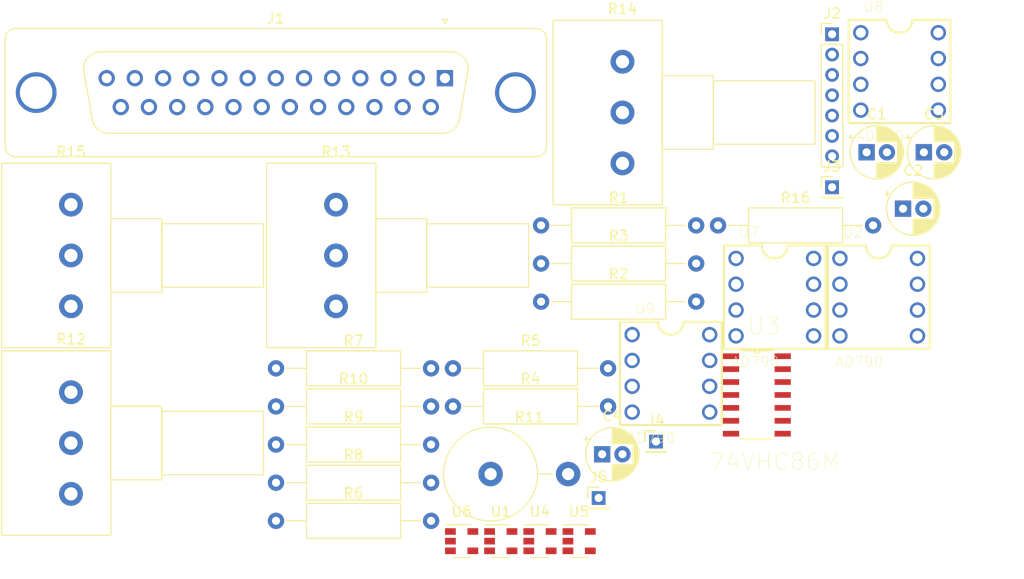
<source format=kicad_pcb>
(kicad_pcb (version 20171130) (host pcbnew "(5.0.1)-4")

  (general
    (thickness 1.6)
    (drawings 0)
    (tracks 0)
    (zones 0)
    (modules 34)
    (nets 39)
  )

  (page A4)
  (layers
    (0 F.Cu signal)
    (31 B.Cu signal)
    (32 B.Adhes user)
    (33 F.Adhes user)
    (34 B.Paste user)
    (35 F.Paste user)
    (36 B.SilkS user)
    (37 F.SilkS user)
    (38 B.Mask user)
    (39 F.Mask user)
    (40 Dwgs.User user)
    (41 Cmts.User user)
    (42 Eco1.User user)
    (43 Eco2.User user)
    (44 Edge.Cuts user)
    (45 Margin user)
    (46 B.CrtYd user)
    (47 F.CrtYd user)
    (48 B.Fab user)
    (49 F.Fab user)
  )

  (setup
    (last_trace_width 0.25)
    (trace_clearance 0.2)
    (zone_clearance 0.508)
    (zone_45_only no)
    (trace_min 0.2)
    (segment_width 0.2)
    (edge_width 0.15)
    (via_size 0.8)
    (via_drill 0.4)
    (via_min_size 0.4)
    (via_min_drill 0.3)
    (uvia_size 0.3)
    (uvia_drill 0.1)
    (uvias_allowed no)
    (uvia_min_size 0.2)
    (uvia_min_drill 0.1)
    (pcb_text_width 0.3)
    (pcb_text_size 1.5 1.5)
    (mod_edge_width 0.15)
    (mod_text_size 1 1)
    (mod_text_width 0.15)
    (pad_size 1.524 1.524)
    (pad_drill 0.762)
    (pad_to_mask_clearance 0.051)
    (solder_mask_min_width 0.25)
    (aux_axis_origin 0 0)
    (visible_elements 7FFFFFFF)
    (pcbplotparams
      (layerselection 0x010fc_ffffffff)
      (usegerberextensions false)
      (usegerberattributes false)
      (usegerberadvancedattributes false)
      (creategerberjobfile false)
      (excludeedgelayer true)
      (linewidth 0.100000)
      (plotframeref false)
      (viasonmask false)
      (mode 1)
      (useauxorigin false)
      (hpglpennumber 1)
      (hpglpenspeed 20)
      (hpglpendiameter 15.000000)
      (psnegative false)
      (psa4output false)
      (plotreference true)
      (plotvalue true)
      (plotinvisibletext false)
      (padsonsilk false)
      (subtractmaskfromsilk false)
      (outputformat 1)
      (mirror false)
      (drillshape 1)
      (scaleselection 1)
      (outputdirectory ""))
  )

  (net 0 "")
  (net 1 "Net-(U5-Pad1)")
  (net 2 "Net-(J1-Pad13)")
  (net 3 "Net-(C3-Pad1)")
  (net 4 GND)
  (net 5 "Net-(U1-Pad1)")
  (net 6 "Net-(C1-Pad1)")
  (net 7 "Net-(U4-Pad1)")
  (net 8 "Net-(C2-Pad1)")
  (net 9 "Net-(U6-Pad1)")
  (net 10 "Net-(C4-Pad1)")
  (net 11 "Net-(J1-Pad1)")
  (net 12 "Net-(J1-Pad2)")
  (net 13 "Net-(J1-Pad3)")
  (net 14 "Net-(J1-Pad4)")
  (net 15 "Net-(J1-Pad6)")
  (net 16 "Net-(J1-Pad12)")
  (net 17 "Net-(J1-Pad14)")
  (net 18 "Net-(J1-Pad15)")
  (net 19 "Net-(J1-Pad16)")
  (net 20 "Net-(J1-Pad18)")
  (net 21 "Net-(J1-Pad25)")
  (net 22 "Net-(U3-Pad3)")
  (net 23 "Net-(U3-Pad10)")
  (net 24 "Net-(R11-Pad2)")
  (net 25 "Net-(R8-Pad1)")
  (net 26 "Net-(R6-Pad1)")
  (net 27 "Net-(R7-Pad1)")
  (net 28 "Net-(R1-Pad1)")
  (net 29 "Net-(R13-Pad2)")
  (net 30 "Net-(R12-Pad2)")
  (net 31 "Net-(R14-Pad2)")
  (net 32 "Net-(R15-Pad2)")
  (net 33 "Net-(J4-Pad1)")
  (net 34 "Net-(R16-Pad2)")
  (net 35 "Net-(J2-Pad1)")
  (net 36 "Net-(J2-Pad2)")
  (net 37 "Net-(J2-Pad3)")
  (net 38 "Net-(J2-Pad4)")

  (net_class Default "This is the default net class."
    (clearance 0.2)
    (trace_width 0.25)
    (via_dia 0.8)
    (via_drill 0.4)
    (uvia_dia 0.3)
    (uvia_drill 0.1)
    (add_net GND)
    (add_net "Net-(C1-Pad1)")
    (add_net "Net-(C2-Pad1)")
    (add_net "Net-(C3-Pad1)")
    (add_net "Net-(C4-Pad1)")
    (add_net "Net-(J1-Pad1)")
    (add_net "Net-(J1-Pad12)")
    (add_net "Net-(J1-Pad13)")
    (add_net "Net-(J1-Pad14)")
    (add_net "Net-(J1-Pad15)")
    (add_net "Net-(J1-Pad16)")
    (add_net "Net-(J1-Pad18)")
    (add_net "Net-(J1-Pad2)")
    (add_net "Net-(J1-Pad25)")
    (add_net "Net-(J1-Pad3)")
    (add_net "Net-(J1-Pad4)")
    (add_net "Net-(J1-Pad6)")
    (add_net "Net-(J2-Pad1)")
    (add_net "Net-(J2-Pad2)")
    (add_net "Net-(J2-Pad3)")
    (add_net "Net-(J2-Pad4)")
    (add_net "Net-(J4-Pad1)")
    (add_net "Net-(R1-Pad1)")
    (add_net "Net-(R11-Pad2)")
    (add_net "Net-(R12-Pad2)")
    (add_net "Net-(R13-Pad2)")
    (add_net "Net-(R14-Pad2)")
    (add_net "Net-(R15-Pad2)")
    (add_net "Net-(R16-Pad2)")
    (add_net "Net-(R6-Pad1)")
    (add_net "Net-(R7-Pad1)")
    (add_net "Net-(R8-Pad1)")
    (add_net "Net-(U1-Pad1)")
    (add_net "Net-(U3-Pad10)")
    (add_net "Net-(U3-Pad3)")
    (add_net "Net-(U4-Pad1)")
    (add_net "Net-(U5-Pad1)")
    (add_net "Net-(U6-Pad1)")
  )

  (module 74VHC86M:SOIC127P600X175-14N (layer F.Cu) (tedit 0) (tstamp 5C17D07E)
    (at 198.8401 115.745001)
    (path /5C0BEF3E)
    (attr smd)
    (fp_text reference U3 (at 0.71143 -6.75853) (layer F.SilkS)
      (effects (font (size 1.64052 1.64052) (thickness 0.05)))
    )
    (fp_text value 74VHC86M (at 1.7542 6.58455) (layer F.SilkS)
      (effects (font (size 1.64149 1.64149) (thickness 0.05)))
    )
    (fp_line (start -2.0066 -3.556) (end -2.0066 -4.064) (layer Dwgs.User) (width 0))
    (fp_line (start -2.0066 -4.064) (end -2.9972 -4.064) (layer Dwgs.User) (width 0))
    (fp_line (start -2.9972 -4.064) (end -2.9972 -3.556) (layer Dwgs.User) (width 0))
    (fp_line (start -2.9972 -3.556) (end -2.0066 -3.556) (layer Dwgs.User) (width 0))
    (fp_line (start -2.0066 -2.286) (end -2.0066 -2.794) (layer Dwgs.User) (width 0))
    (fp_line (start -2.0066 -2.794) (end -2.9972 -2.794) (layer Dwgs.User) (width 0))
    (fp_line (start -2.9972 -2.794) (end -2.9972 -2.286) (layer Dwgs.User) (width 0))
    (fp_line (start -2.9972 -2.286) (end -2.0066 -2.286) (layer Dwgs.User) (width 0))
    (fp_line (start -2.0066 -1.016) (end -2.0066 -1.524) (layer Dwgs.User) (width 0))
    (fp_line (start -2.0066 -1.524) (end -2.9972 -1.524) (layer Dwgs.User) (width 0))
    (fp_line (start -2.9972 -1.524) (end -2.9972 -1.016) (layer Dwgs.User) (width 0))
    (fp_line (start -2.9972 -1.016) (end -2.0066 -1.016) (layer Dwgs.User) (width 0))
    (fp_line (start -2.0066 0.254) (end -2.0066 -0.254) (layer Dwgs.User) (width 0))
    (fp_line (start -2.0066 -0.254) (end -2.9972 -0.254) (layer Dwgs.User) (width 0))
    (fp_line (start -2.9972 -0.254) (end -2.9972 0.254) (layer Dwgs.User) (width 0))
    (fp_line (start -2.9972 0.254) (end -2.0066 0.254) (layer Dwgs.User) (width 0))
    (fp_line (start -2.0066 1.524) (end -2.0066 1.016) (layer Dwgs.User) (width 0))
    (fp_line (start -2.0066 1.016) (end -2.9972 1.016) (layer Dwgs.User) (width 0))
    (fp_line (start -2.9972 1.016) (end -2.9972 1.524) (layer Dwgs.User) (width 0))
    (fp_line (start -2.9972 1.524) (end -2.0066 1.524) (layer Dwgs.User) (width 0))
    (fp_line (start -2.0066 2.794) (end -2.0066 2.286) (layer Dwgs.User) (width 0))
    (fp_line (start -2.0066 2.286) (end -2.9972 2.286) (layer Dwgs.User) (width 0))
    (fp_line (start -2.9972 2.286) (end -2.9972 2.794) (layer Dwgs.User) (width 0))
    (fp_line (start -2.9972 2.794) (end -2.0066 2.794) (layer Dwgs.User) (width 0))
    (fp_line (start -2.0066 4.064) (end -2.0066 3.556) (layer Dwgs.User) (width 0))
    (fp_line (start -2.0066 3.556) (end -2.9972 3.556) (layer Dwgs.User) (width 0))
    (fp_line (start -2.9972 3.556) (end -2.9972 4.064) (layer Dwgs.User) (width 0))
    (fp_line (start -2.9972 4.064) (end -2.0066 4.064) (layer Dwgs.User) (width 0))
    (fp_line (start 2.0066 3.556) (end 2.0066 4.064) (layer Dwgs.User) (width 0))
    (fp_line (start 2.0066 4.064) (end 2.9972 4.064) (layer Dwgs.User) (width 0))
    (fp_line (start 2.9972 4.064) (end 2.9972 3.556) (layer Dwgs.User) (width 0))
    (fp_line (start 2.9972 3.556) (end 2.0066 3.556) (layer Dwgs.User) (width 0))
    (fp_line (start 2.0066 2.286) (end 2.0066 2.794) (layer Dwgs.User) (width 0))
    (fp_line (start 2.0066 2.794) (end 2.9972 2.794) (layer Dwgs.User) (width 0))
    (fp_line (start 2.9972 2.794) (end 2.9972 2.286) (layer Dwgs.User) (width 0))
    (fp_line (start 2.9972 2.286) (end 2.0066 2.286) (layer Dwgs.User) (width 0))
    (fp_line (start 2.0066 1.016) (end 2.0066 1.524) (layer Dwgs.User) (width 0))
    (fp_line (start 2.0066 1.524) (end 2.9972 1.524) (layer Dwgs.User) (width 0))
    (fp_line (start 2.9972 1.524) (end 2.9972 1.016) (layer Dwgs.User) (width 0))
    (fp_line (start 2.9972 1.016) (end 2.0066 1.016) (layer Dwgs.User) (width 0))
    (fp_line (start 2.0066 -0.254) (end 2.0066 0.254) (layer Dwgs.User) (width 0))
    (fp_line (start 2.0066 0.254) (end 2.9972 0.254) (layer Dwgs.User) (width 0))
    (fp_line (start 2.9972 0.254) (end 2.9972 -0.254) (layer Dwgs.User) (width 0))
    (fp_line (start 2.9972 -0.254) (end 2.0066 -0.254) (layer Dwgs.User) (width 0))
    (fp_line (start 2.0066 -1.524) (end 2.0066 -1.016) (layer Dwgs.User) (width 0))
    (fp_line (start 2.0066 -1.016) (end 2.9972 -1.016) (layer Dwgs.User) (width 0))
    (fp_line (start 2.9972 -1.016) (end 2.9972 -1.524) (layer Dwgs.User) (width 0))
    (fp_line (start 2.9972 -1.524) (end 2.0066 -1.524) (layer Dwgs.User) (width 0))
    (fp_line (start 2.0066 -2.794) (end 2.0066 -2.286) (layer Dwgs.User) (width 0))
    (fp_line (start 2.0066 -2.286) (end 2.9972 -2.286) (layer Dwgs.User) (width 0))
    (fp_line (start 2.9972 -2.286) (end 2.9972 -2.794) (layer Dwgs.User) (width 0))
    (fp_line (start 2.9972 -2.794) (end 2.0066 -2.794) (layer Dwgs.User) (width 0))
    (fp_line (start 2.0066 -4.064) (end 2.0066 -3.556) (layer Dwgs.User) (width 0))
    (fp_line (start 2.0066 -3.556) (end 2.9972 -3.556) (layer Dwgs.User) (width 0))
    (fp_line (start 2.9972 -3.556) (end 2.9972 -4.064) (layer Dwgs.User) (width 0))
    (fp_line (start 2.9972 -4.064) (end 2.0066 -4.064) (layer Dwgs.User) (width 0))
    (fp_line (start -2.0066 4.3688) (end 2.0066 4.3688) (layer Dwgs.User) (width 0))
    (fp_line (start 2.0066 4.3688) (end 2.0066 -4.3688) (layer Dwgs.User) (width 0))
    (fp_line (start 2.0066 -4.3688) (end 0.3048 -4.3688) (layer Dwgs.User) (width 0))
    (fp_line (start 0.3048 -4.3688) (end -0.3048 -4.3688) (layer Dwgs.User) (width 0))
    (fp_line (start -0.3048 -4.3688) (end -2.0066 -4.3688) (layer Dwgs.User) (width 0))
    (fp_line (start -2.0066 -4.3688) (end -2.0066 4.3688) (layer Dwgs.User) (width 0))
    (fp_arc (start 0 -4.3688) (end -0.3048 -4.3688) (angle -180) (layer Dwgs.User) (width 0))
    (fp_line (start -1.5748 4.3688) (end 1.5748 4.3688) (layer F.SilkS) (width 0.1524))
    (fp_line (start 1.5748 -4.3688) (end 0.3048 -4.3688) (layer F.SilkS) (width 0.1524))
    (fp_line (start 0.3048 -4.3688) (end -0.3048 -4.3688) (layer F.SilkS) (width 0.1524))
    (fp_line (start -0.3048 -4.3688) (end -1.5748 -4.3688) (layer F.SilkS) (width 0.1524))
    (fp_arc (start 0 -4.3688) (end -0.3048 -4.3688) (angle -180) (layer F.SilkS) (width 0.1524))
    (pad 1 smd rect (at -2.54 -3.81) (size 1.6002 0.5588) (layers F.Cu F.Paste F.Mask)
      (net 11 "Net-(J1-Pad1)"))
    (pad 2 smd rect (at -2.54 -2.54) (size 1.6002 0.5588) (layers F.Cu F.Paste F.Mask)
      (net 12 "Net-(J1-Pad2)"))
    (pad 3 smd rect (at -2.54 -1.27) (size 1.6002 0.5588) (layers F.Cu F.Paste F.Mask)
      (net 22 "Net-(U3-Pad3)"))
    (pad 4 smd rect (at -2.54 0) (size 1.6002 0.5588) (layers F.Cu F.Paste F.Mask)
      (net 17 "Net-(J1-Pad14)"))
    (pad 5 smd rect (at -2.54 1.27) (size 1.6002 0.5588) (layers F.Cu F.Paste F.Mask)
      (net 18 "Net-(J1-Pad15)"))
    (pad 6 smd rect (at -2.54 2.54) (size 1.6002 0.5588) (layers F.Cu F.Paste F.Mask)
      (net 23 "Net-(U3-Pad10)"))
    (pad 7 smd rect (at -2.54 3.81) (size 1.6002 0.5588) (layers F.Cu F.Paste F.Mask)
      (net 4 GND))
    (pad 8 smd rect (at 2.54 3.81) (size 1.6002 0.5588) (layers F.Cu F.Paste F.Mask)
      (net 24 "Net-(R11-Pad2)"))
    (pad 9 smd rect (at 2.54 2.54) (size 1.6002 0.5588) (layers F.Cu F.Paste F.Mask)
      (net 22 "Net-(U3-Pad3)"))
    (pad 10 smd rect (at 2.54 1.27) (size 1.6002 0.5588) (layers F.Cu F.Paste F.Mask)
      (net 23 "Net-(U3-Pad10)"))
    (pad 11 smd rect (at 2.54 0) (size 1.6002 0.5588) (layers F.Cu F.Paste F.Mask)
      (net 33 "Net-(J4-Pad1)"))
    (pad 12 smd rect (at 2.54 -1.27) (size 1.6002 0.5588) (layers F.Cu F.Paste F.Mask)
      (net 34 "Net-(R16-Pad2)"))
    (pad 13 smd rect (at 2.54 -2.54) (size 1.6002 0.5588) (layers F.Cu F.Paste F.Mask)
      (net 34 "Net-(R16-Pad2)"))
    (pad 14 smd rect (at 2.54 -3.81) (size 1.6002 0.5588) (layers F.Cu F.Paste F.Mask)
      (net 2 "Net-(J1-Pad13)"))
  )

  (module AD790:PDIP-8 (layer F.Cu) (tedit 0) (tstamp 5C17D028)
    (at 190.395401 113.621601)
    (path /5C0CB768)
    (fp_text reference U9 (at -2.54126 -6.35318) (layer F.SilkS)
      (effects (font (size 1.0005 1.0005) (thickness 0.05)))
    )
    (fp_text value AD790 (at -1.90658 6.35525) (layer F.SilkS)
      (effects (font (size 1.00083 1.00083) (thickness 0.05)))
    )
    (fp_line (start 5.0038 5.08) (end -5.0038 5.08) (layer F.SilkS) (width 0.2032))
    (fp_line (start 1.27 -5.08) (end 5.0038 -5.08) (layer F.SilkS) (width 0.2032))
    (fp_arc (start 0 -5.08) (end 1.27 -5.08) (angle 90) (layer F.SilkS) (width 0.2032))
    (fp_arc (start 0 -5.08) (end 0 -3.81) (angle 90) (layer F.SilkS) (width 0.2032))
    (fp_line (start -1.27 -5.08) (end -2.54 -5.08) (layer F.SilkS) (width 0.127))
    (fp_line (start -4.953 -5.08) (end -1.27 -5.08) (layer F.SilkS) (width 0.2032))
    (fp_line (start 5.0038 5.08) (end 5.0038 -5.08) (layer F.SilkS) (width 0.2032))
    (fp_line (start -5.0038 -5.08) (end -5.0038 5.08) (layer F.SilkS) (width 0.2032))
    (pad 8 thru_hole circle (at 3.81 -3.81) (size 1.508 1.508) (drill 1) (layers *.Cu *.Mask)
      (net 2 "Net-(J1-Pad13)"))
    (pad 7 thru_hole circle (at 3.81 -1.27) (size 1.508 1.508) (drill 1) (layers *.Cu *.Mask)
      (net 18 "Net-(J1-Pad15)"))
    (pad 6 thru_hole circle (at 3.81 1.27) (size 1.508 1.508) (drill 1) (layers *.Cu *.Mask)
      (net 4 GND))
    (pad 5 thru_hole circle (at 3.81 3.81) (size 1.508 1.508) (drill 1) (layers *.Cu *.Mask)
      (net 25 "Net-(R8-Pad1)"))
    (pad 4 thru_hole circle (at -3.81 3.81) (size 1.508 1.508) (drill 1) (layers *.Cu *.Mask)
      (net 4 GND))
    (pad 3 thru_hole circle (at -3.81 1.27) (size 1.508 1.508) (drill 1) (layers *.Cu *.Mask)
      (net 9 "Net-(U6-Pad1)"))
    (pad 2 thru_hole circle (at -3.81 -1.27) (size 1.508 1.508) (drill 1) (layers *.Cu *.Mask)
      (net 30 "Net-(R12-Pad2)"))
    (pad 1 thru_hole circle (at -3.81 -3.81) (size 1.508 1.508) (drill 1) (layers *.Cu *.Mask)
      (net 2 "Net-(J1-Pad13)"))
  )

  (module AD790:PDIP-8 (layer F.Cu) (tedit 0) (tstamp 5C17D014)
    (at 212.865401 83.921601)
    (path /5C0C8ADB)
    (fp_text reference U8 (at -2.54126 -6.35318) (layer F.SilkS)
      (effects (font (size 1.0005 1.0005) (thickness 0.05)))
    )
    (fp_text value AD790 (at -1.90658 6.35525) (layer F.SilkS)
      (effects (font (size 1.00083 1.00083) (thickness 0.05)))
    )
    (fp_line (start -5.0038 -5.08) (end -5.0038 5.08) (layer F.SilkS) (width 0.2032))
    (fp_line (start 5.0038 5.08) (end 5.0038 -5.08) (layer F.SilkS) (width 0.2032))
    (fp_line (start -4.953 -5.08) (end -1.27 -5.08) (layer F.SilkS) (width 0.2032))
    (fp_line (start -1.27 -5.08) (end -2.54 -5.08) (layer F.SilkS) (width 0.127))
    (fp_arc (start 0 -5.08) (end 0 -3.81) (angle 90) (layer F.SilkS) (width 0.2032))
    (fp_arc (start 0 -5.08) (end 1.27 -5.08) (angle 90) (layer F.SilkS) (width 0.2032))
    (fp_line (start 1.27 -5.08) (end 5.0038 -5.08) (layer F.SilkS) (width 0.2032))
    (fp_line (start 5.0038 5.08) (end -5.0038 5.08) (layer F.SilkS) (width 0.2032))
    (pad 1 thru_hole circle (at -3.81 -3.81) (size 1.508 1.508) (drill 1) (layers *.Cu *.Mask)
      (net 2 "Net-(J1-Pad13)"))
    (pad 2 thru_hole circle (at -3.81 -1.27) (size 1.508 1.508) (drill 1) (layers *.Cu *.Mask)
      (net 32 "Net-(R15-Pad2)"))
    (pad 3 thru_hole circle (at -3.81 1.27) (size 1.508 1.508) (drill 1) (layers *.Cu *.Mask)
      (net 1 "Net-(U5-Pad1)"))
    (pad 4 thru_hole circle (at -3.81 3.81) (size 1.508 1.508) (drill 1) (layers *.Cu *.Mask)
      (net 4 GND))
    (pad 5 thru_hole circle (at 3.81 3.81) (size 1.508 1.508) (drill 1) (layers *.Cu *.Mask)
      (net 27 "Net-(R7-Pad1)"))
    (pad 6 thru_hole circle (at 3.81 1.27) (size 1.508 1.508) (drill 1) (layers *.Cu *.Mask)
      (net 4 GND))
    (pad 7 thru_hole circle (at 3.81 -1.27) (size 1.508 1.508) (drill 1) (layers *.Cu *.Mask)
      (net 12 "Net-(J1-Pad2)"))
    (pad 8 thru_hole circle (at 3.81 -3.81) (size 1.508 1.508) (drill 1) (layers *.Cu *.Mask)
      (net 2 "Net-(J1-Pad13)"))
  )

  (module AD790:PDIP-8 (layer F.Cu) (tedit 0) (tstamp 5C17D000)
    (at 200.605401 106.121601)
    (path /5C0C6FEB)
    (fp_text reference U7 (at -2.54126 -6.35318) (layer F.SilkS)
      (effects (font (size 1.0005 1.0005) (thickness 0.05)))
    )
    (fp_text value AD790 (at -1.90658 6.35525) (layer F.SilkS)
      (effects (font (size 1.00083 1.00083) (thickness 0.05)))
    )
    (fp_line (start 5.0038 5.08) (end -5.0038 5.08) (layer F.SilkS) (width 0.2032))
    (fp_line (start 1.27 -5.08) (end 5.0038 -5.08) (layer F.SilkS) (width 0.2032))
    (fp_arc (start 0 -5.08) (end 1.27 -5.08) (angle 90) (layer F.SilkS) (width 0.2032))
    (fp_arc (start 0 -5.08) (end 0 -3.81) (angle 90) (layer F.SilkS) (width 0.2032))
    (fp_line (start -1.27 -5.08) (end -2.54 -5.08) (layer F.SilkS) (width 0.127))
    (fp_line (start -4.953 -5.08) (end -1.27 -5.08) (layer F.SilkS) (width 0.2032))
    (fp_line (start 5.0038 5.08) (end 5.0038 -5.08) (layer F.SilkS) (width 0.2032))
    (fp_line (start -5.0038 -5.08) (end -5.0038 5.08) (layer F.SilkS) (width 0.2032))
    (pad 8 thru_hole circle (at 3.81 -3.81) (size 1.508 1.508) (drill 1) (layers *.Cu *.Mask)
      (net 2 "Net-(J1-Pad13)"))
    (pad 7 thru_hole circle (at 3.81 -1.27) (size 1.508 1.508) (drill 1) (layers *.Cu *.Mask)
      (net 17 "Net-(J1-Pad14)"))
    (pad 6 thru_hole circle (at 3.81 1.27) (size 1.508 1.508) (drill 1) (layers *.Cu *.Mask)
      (net 4 GND))
    (pad 5 thru_hole circle (at 3.81 3.81) (size 1.508 1.508) (drill 1) (layers *.Cu *.Mask)
      (net 26 "Net-(R6-Pad1)"))
    (pad 4 thru_hole circle (at -3.81 3.81) (size 1.508 1.508) (drill 1) (layers *.Cu *.Mask)
      (net 4 GND))
    (pad 3 thru_hole circle (at -3.81 1.27) (size 1.508 1.508) (drill 1) (layers *.Cu *.Mask)
      (net 7 "Net-(U4-Pad1)"))
    (pad 2 thru_hole circle (at -3.81 -1.27) (size 1.508 1.508) (drill 1) (layers *.Cu *.Mask)
      (net 31 "Net-(R14-Pad2)"))
    (pad 1 thru_hole circle (at -3.81 -3.81) (size 1.508 1.508) (drill 1) (layers *.Cu *.Mask)
      (net 2 "Net-(J1-Pad13)"))
  )

  (module AD790:PDIP-8 (layer F.Cu) (tedit 0) (tstamp 5C17CFEC)
    (at 210.815401 106.121601)
    (path /5C0BE5A0)
    (fp_text reference U2 (at -2.54126 -6.35318) (layer F.SilkS)
      (effects (font (size 1.0005 1.0005) (thickness 0.05)))
    )
    (fp_text value AD790 (at -1.90658 6.35525) (layer F.SilkS)
      (effects (font (size 1.00083 1.00083) (thickness 0.05)))
    )
    (fp_line (start -5.0038 -5.08) (end -5.0038 5.08) (layer F.SilkS) (width 0.2032))
    (fp_line (start 5.0038 5.08) (end 5.0038 -5.08) (layer F.SilkS) (width 0.2032))
    (fp_line (start -4.953 -5.08) (end -1.27 -5.08) (layer F.SilkS) (width 0.2032))
    (fp_line (start -1.27 -5.08) (end -2.54 -5.08) (layer F.SilkS) (width 0.127))
    (fp_arc (start 0 -5.08) (end 0 -3.81) (angle 90) (layer F.SilkS) (width 0.2032))
    (fp_arc (start 0 -5.08) (end 1.27 -5.08) (angle 90) (layer F.SilkS) (width 0.2032))
    (fp_line (start 1.27 -5.08) (end 5.0038 -5.08) (layer F.SilkS) (width 0.2032))
    (fp_line (start 5.0038 5.08) (end -5.0038 5.08) (layer F.SilkS) (width 0.2032))
    (pad 1 thru_hole circle (at -3.81 -3.81) (size 1.508 1.508) (drill 1) (layers *.Cu *.Mask)
      (net 2 "Net-(J1-Pad13)"))
    (pad 2 thru_hole circle (at -3.81 -1.27) (size 1.508 1.508) (drill 1) (layers *.Cu *.Mask)
      (net 29 "Net-(R13-Pad2)"))
    (pad 3 thru_hole circle (at -3.81 1.27) (size 1.508 1.508) (drill 1) (layers *.Cu *.Mask)
      (net 5 "Net-(U1-Pad1)"))
    (pad 4 thru_hole circle (at -3.81 3.81) (size 1.508 1.508) (drill 1) (layers *.Cu *.Mask)
      (net 4 GND))
    (pad 5 thru_hole circle (at 3.81 3.81) (size 1.508 1.508) (drill 1) (layers *.Cu *.Mask)
      (net 28 "Net-(R1-Pad1)"))
    (pad 6 thru_hole circle (at 3.81 1.27) (size 1.508 1.508) (drill 1) (layers *.Cu *.Mask)
      (net 4 GND))
    (pad 7 thru_hole circle (at 3.81 -1.27) (size 1.508 1.508) (drill 1) (layers *.Cu *.Mask)
      (net 11 "Net-(J1-Pad1)"))
    (pad 8 thru_hole circle (at 3.81 -3.81) (size 1.508 1.508) (drill 1) (layers *.Cu *.Mask)
      (net 2 "Net-(J1-Pad13)"))
  )

  (module Capacitor_THT:CP_Radial_D5.0mm_P2.00mm (layer F.Cu) (tedit 5AE50EF0) (tstamp 5C17CFD8)
    (at 209.624776 91.875001)
    (descr "CP, Radial series, Radial, pin pitch=2.00mm, , diameter=5mm, Electrolytic Capacitor")
    (tags "CP Radial series Radial pin pitch 2.00mm  diameter 5mm Electrolytic Capacitor")
    (path /5C0C468C)
    (fp_text reference C1 (at 1 -3.75) (layer F.SilkS)
      (effects (font (size 1 1) (thickness 0.15)))
    )
    (fp_text value GRM188R60J106ME47D (at 1 3.75) (layer F.Fab)
      (effects (font (size 1 1) (thickness 0.15)))
    )
    (fp_text user %R (at 1 0) (layer F.Fab)
      (effects (font (size 1 1) (thickness 0.15)))
    )
    (fp_line (start -1.554775 -1.725) (end -1.554775 -1.225) (layer F.SilkS) (width 0.12))
    (fp_line (start -1.804775 -1.475) (end -1.304775 -1.475) (layer F.SilkS) (width 0.12))
    (fp_line (start 3.601 -0.284) (end 3.601 0.284) (layer F.SilkS) (width 0.12))
    (fp_line (start 3.561 -0.518) (end 3.561 0.518) (layer F.SilkS) (width 0.12))
    (fp_line (start 3.521 -0.677) (end 3.521 0.677) (layer F.SilkS) (width 0.12))
    (fp_line (start 3.481 -0.805) (end 3.481 0.805) (layer F.SilkS) (width 0.12))
    (fp_line (start 3.441 -0.915) (end 3.441 0.915) (layer F.SilkS) (width 0.12))
    (fp_line (start 3.401 -1.011) (end 3.401 1.011) (layer F.SilkS) (width 0.12))
    (fp_line (start 3.361 -1.098) (end 3.361 1.098) (layer F.SilkS) (width 0.12))
    (fp_line (start 3.321 -1.178) (end 3.321 1.178) (layer F.SilkS) (width 0.12))
    (fp_line (start 3.281 -1.251) (end 3.281 1.251) (layer F.SilkS) (width 0.12))
    (fp_line (start 3.241 -1.319) (end 3.241 1.319) (layer F.SilkS) (width 0.12))
    (fp_line (start 3.201 -1.383) (end 3.201 1.383) (layer F.SilkS) (width 0.12))
    (fp_line (start 3.161 -1.443) (end 3.161 1.443) (layer F.SilkS) (width 0.12))
    (fp_line (start 3.121 -1.5) (end 3.121 1.5) (layer F.SilkS) (width 0.12))
    (fp_line (start 3.081 -1.554) (end 3.081 1.554) (layer F.SilkS) (width 0.12))
    (fp_line (start 3.041 -1.605) (end 3.041 1.605) (layer F.SilkS) (width 0.12))
    (fp_line (start 3.001 1.04) (end 3.001 1.653) (layer F.SilkS) (width 0.12))
    (fp_line (start 3.001 -1.653) (end 3.001 -1.04) (layer F.SilkS) (width 0.12))
    (fp_line (start 2.961 1.04) (end 2.961 1.699) (layer F.SilkS) (width 0.12))
    (fp_line (start 2.961 -1.699) (end 2.961 -1.04) (layer F.SilkS) (width 0.12))
    (fp_line (start 2.921 1.04) (end 2.921 1.743) (layer F.SilkS) (width 0.12))
    (fp_line (start 2.921 -1.743) (end 2.921 -1.04) (layer F.SilkS) (width 0.12))
    (fp_line (start 2.881 1.04) (end 2.881 1.785) (layer F.SilkS) (width 0.12))
    (fp_line (start 2.881 -1.785) (end 2.881 -1.04) (layer F.SilkS) (width 0.12))
    (fp_line (start 2.841 1.04) (end 2.841 1.826) (layer F.SilkS) (width 0.12))
    (fp_line (start 2.841 -1.826) (end 2.841 -1.04) (layer F.SilkS) (width 0.12))
    (fp_line (start 2.801 1.04) (end 2.801 1.864) (layer F.SilkS) (width 0.12))
    (fp_line (start 2.801 -1.864) (end 2.801 -1.04) (layer F.SilkS) (width 0.12))
    (fp_line (start 2.761 1.04) (end 2.761 1.901) (layer F.SilkS) (width 0.12))
    (fp_line (start 2.761 -1.901) (end 2.761 -1.04) (layer F.SilkS) (width 0.12))
    (fp_line (start 2.721 1.04) (end 2.721 1.937) (layer F.SilkS) (width 0.12))
    (fp_line (start 2.721 -1.937) (end 2.721 -1.04) (layer F.SilkS) (width 0.12))
    (fp_line (start 2.681 1.04) (end 2.681 1.971) (layer F.SilkS) (width 0.12))
    (fp_line (start 2.681 -1.971) (end 2.681 -1.04) (layer F.SilkS) (width 0.12))
    (fp_line (start 2.641 1.04) (end 2.641 2.004) (layer F.SilkS) (width 0.12))
    (fp_line (start 2.641 -2.004) (end 2.641 -1.04) (layer F.SilkS) (width 0.12))
    (fp_line (start 2.601 1.04) (end 2.601 2.035) (layer F.SilkS) (width 0.12))
    (fp_line (start 2.601 -2.035) (end 2.601 -1.04) (layer F.SilkS) (width 0.12))
    (fp_line (start 2.561 1.04) (end 2.561 2.065) (layer F.SilkS) (width 0.12))
    (fp_line (start 2.561 -2.065) (end 2.561 -1.04) (layer F.SilkS) (width 0.12))
    (fp_line (start 2.521 1.04) (end 2.521 2.095) (layer F.SilkS) (width 0.12))
    (fp_line (start 2.521 -2.095) (end 2.521 -1.04) (layer F.SilkS) (width 0.12))
    (fp_line (start 2.481 1.04) (end 2.481 2.122) (layer F.SilkS) (width 0.12))
    (fp_line (start 2.481 -2.122) (end 2.481 -1.04) (layer F.SilkS) (width 0.12))
    (fp_line (start 2.441 1.04) (end 2.441 2.149) (layer F.SilkS) (width 0.12))
    (fp_line (start 2.441 -2.149) (end 2.441 -1.04) (layer F.SilkS) (width 0.12))
    (fp_line (start 2.401 1.04) (end 2.401 2.175) (layer F.SilkS) (width 0.12))
    (fp_line (start 2.401 -2.175) (end 2.401 -1.04) (layer F.SilkS) (width 0.12))
    (fp_line (start 2.361 1.04) (end 2.361 2.2) (layer F.SilkS) (width 0.12))
    (fp_line (start 2.361 -2.2) (end 2.361 -1.04) (layer F.SilkS) (width 0.12))
    (fp_line (start 2.321 1.04) (end 2.321 2.224) (layer F.SilkS) (width 0.12))
    (fp_line (start 2.321 -2.224) (end 2.321 -1.04) (layer F.SilkS) (width 0.12))
    (fp_line (start 2.281 1.04) (end 2.281 2.247) (layer F.SilkS) (width 0.12))
    (fp_line (start 2.281 -2.247) (end 2.281 -1.04) (layer F.SilkS) (width 0.12))
    (fp_line (start 2.241 1.04) (end 2.241 2.268) (layer F.SilkS) (width 0.12))
    (fp_line (start 2.241 -2.268) (end 2.241 -1.04) (layer F.SilkS) (width 0.12))
    (fp_line (start 2.201 1.04) (end 2.201 2.29) (layer F.SilkS) (width 0.12))
    (fp_line (start 2.201 -2.29) (end 2.201 -1.04) (layer F.SilkS) (width 0.12))
    (fp_line (start 2.161 1.04) (end 2.161 2.31) (layer F.SilkS) (width 0.12))
    (fp_line (start 2.161 -2.31) (end 2.161 -1.04) (layer F.SilkS) (width 0.12))
    (fp_line (start 2.121 1.04) (end 2.121 2.329) (layer F.SilkS) (width 0.12))
    (fp_line (start 2.121 -2.329) (end 2.121 -1.04) (layer F.SilkS) (width 0.12))
    (fp_line (start 2.081 1.04) (end 2.081 2.348) (layer F.SilkS) (width 0.12))
    (fp_line (start 2.081 -2.348) (end 2.081 -1.04) (layer F.SilkS) (width 0.12))
    (fp_line (start 2.041 1.04) (end 2.041 2.365) (layer F.SilkS) (width 0.12))
    (fp_line (start 2.041 -2.365) (end 2.041 -1.04) (layer F.SilkS) (width 0.12))
    (fp_line (start 2.001 1.04) (end 2.001 2.382) (layer F.SilkS) (width 0.12))
    (fp_line (start 2.001 -2.382) (end 2.001 -1.04) (layer F.SilkS) (width 0.12))
    (fp_line (start 1.961 1.04) (end 1.961 2.398) (layer F.SilkS) (width 0.12))
    (fp_line (start 1.961 -2.398) (end 1.961 -1.04) (layer F.SilkS) (width 0.12))
    (fp_line (start 1.921 1.04) (end 1.921 2.414) (layer F.SilkS) (width 0.12))
    (fp_line (start 1.921 -2.414) (end 1.921 -1.04) (layer F.SilkS) (width 0.12))
    (fp_line (start 1.881 1.04) (end 1.881 2.428) (layer F.SilkS) (width 0.12))
    (fp_line (start 1.881 -2.428) (end 1.881 -1.04) (layer F.SilkS) (width 0.12))
    (fp_line (start 1.841 1.04) (end 1.841 2.442) (layer F.SilkS) (width 0.12))
    (fp_line (start 1.841 -2.442) (end 1.841 -1.04) (layer F.SilkS) (width 0.12))
    (fp_line (start 1.801 1.04) (end 1.801 2.455) (layer F.SilkS) (width 0.12))
    (fp_line (start 1.801 -2.455) (end 1.801 -1.04) (layer F.SilkS) (width 0.12))
    (fp_line (start 1.761 1.04) (end 1.761 2.468) (layer F.SilkS) (width 0.12))
    (fp_line (start 1.761 -2.468) (end 1.761 -1.04) (layer F.SilkS) (width 0.12))
    (fp_line (start 1.721 1.04) (end 1.721 2.48) (layer F.SilkS) (width 0.12))
    (fp_line (start 1.721 -2.48) (end 1.721 -1.04) (layer F.SilkS) (width 0.12))
    (fp_line (start 1.68 1.04) (end 1.68 2.491) (layer F.SilkS) (width 0.12))
    (fp_line (start 1.68 -2.491) (end 1.68 -1.04) (layer F.SilkS) (width 0.12))
    (fp_line (start 1.64 1.04) (end 1.64 2.501) (layer F.SilkS) (width 0.12))
    (fp_line (start 1.64 -2.501) (end 1.64 -1.04) (layer F.SilkS) (width 0.12))
    (fp_line (start 1.6 1.04) (end 1.6 2.511) (layer F.SilkS) (width 0.12))
    (fp_line (start 1.6 -2.511) (end 1.6 -1.04) (layer F.SilkS) (width 0.12))
    (fp_line (start 1.56 1.04) (end 1.56 2.52) (layer F.SilkS) (width 0.12))
    (fp_line (start 1.56 -2.52) (end 1.56 -1.04) (layer F.SilkS) (width 0.12))
    (fp_line (start 1.52 1.04) (end 1.52 2.528) (layer F.SilkS) (width 0.12))
    (fp_line (start 1.52 -2.528) (end 1.52 -1.04) (layer F.SilkS) (width 0.12))
    (fp_line (start 1.48 1.04) (end 1.48 2.536) (layer F.SilkS) (width 0.12))
    (fp_line (start 1.48 -2.536) (end 1.48 -1.04) (layer F.SilkS) (width 0.12))
    (fp_line (start 1.44 1.04) (end 1.44 2.543) (layer F.SilkS) (width 0.12))
    (fp_line (start 1.44 -2.543) (end 1.44 -1.04) (layer F.SilkS) (width 0.12))
    (fp_line (start 1.4 1.04) (end 1.4 2.55) (layer F.SilkS) (width 0.12))
    (fp_line (start 1.4 -2.55) (end 1.4 -1.04) (layer F.SilkS) (width 0.12))
    (fp_line (start 1.36 1.04) (end 1.36 2.556) (layer F.SilkS) (width 0.12))
    (fp_line (start 1.36 -2.556) (end 1.36 -1.04) (layer F.SilkS) (width 0.12))
    (fp_line (start 1.32 1.04) (end 1.32 2.561) (layer F.SilkS) (width 0.12))
    (fp_line (start 1.32 -2.561) (end 1.32 -1.04) (layer F.SilkS) (width 0.12))
    (fp_line (start 1.28 1.04) (end 1.28 2.565) (layer F.SilkS) (width 0.12))
    (fp_line (start 1.28 -2.565) (end 1.28 -1.04) (layer F.SilkS) (width 0.12))
    (fp_line (start 1.24 1.04) (end 1.24 2.569) (layer F.SilkS) (width 0.12))
    (fp_line (start 1.24 -2.569) (end 1.24 -1.04) (layer F.SilkS) (width 0.12))
    (fp_line (start 1.2 1.04) (end 1.2 2.573) (layer F.SilkS) (width 0.12))
    (fp_line (start 1.2 -2.573) (end 1.2 -1.04) (layer F.SilkS) (width 0.12))
    (fp_line (start 1.16 1.04) (end 1.16 2.576) (layer F.SilkS) (width 0.12))
    (fp_line (start 1.16 -2.576) (end 1.16 -1.04) (layer F.SilkS) (width 0.12))
    (fp_line (start 1.12 1.04) (end 1.12 2.578) (layer F.SilkS) (width 0.12))
    (fp_line (start 1.12 -2.578) (end 1.12 -1.04) (layer F.SilkS) (width 0.12))
    (fp_line (start 1.08 1.04) (end 1.08 2.579) (layer F.SilkS) (width 0.12))
    (fp_line (start 1.08 -2.579) (end 1.08 -1.04) (layer F.SilkS) (width 0.12))
    (fp_line (start 1.04 -2.58) (end 1.04 -1.04) (layer F.SilkS) (width 0.12))
    (fp_line (start 1.04 1.04) (end 1.04 2.58) (layer F.SilkS) (width 0.12))
    (fp_line (start 1 -2.58) (end 1 -1.04) (layer F.SilkS) (width 0.12))
    (fp_line (start 1 1.04) (end 1 2.58) (layer F.SilkS) (width 0.12))
    (fp_line (start -0.883605 -1.3375) (end -0.883605 -0.8375) (layer F.Fab) (width 0.1))
    (fp_line (start -1.133605 -1.0875) (end -0.633605 -1.0875) (layer F.Fab) (width 0.1))
    (fp_circle (center 1 0) (end 3.75 0) (layer F.CrtYd) (width 0.05))
    (fp_circle (center 1 0) (end 3.62 0) (layer F.SilkS) (width 0.12))
    (fp_circle (center 1 0) (end 3.5 0) (layer F.Fab) (width 0.1))
    (pad 2 thru_hole circle (at 2 0) (size 1.6 1.6) (drill 0.8) (layers *.Cu *.Mask)
      (net 4 GND))
    (pad 1 thru_hole rect (at 0 0) (size 1.6 1.6) (drill 0.8) (layers *.Cu *.Mask)
      (net 6 "Net-(C1-Pad1)"))
    (model ${KISYS3DMOD}/Capacitor_THT.3dshapes/CP_Radial_D5.0mm_P2.00mm.wrl
      (at (xyz 0 0 0))
      (scale (xyz 1 1 1))
      (rotate (xyz 0 0 0))
    )
  )

  (module Capacitor_THT:CP_Radial_D5.0mm_P2.00mm (layer F.Cu) (tedit 5AE50EF0) (tstamp 5C17CF55)
    (at 215.254776 91.875001)
    (descr "CP, Radial series, Radial, pin pitch=2.00mm, , diameter=5mm, Electrolytic Capacitor")
    (tags "CP Radial series Radial pin pitch 2.00mm  diameter 5mm Electrolytic Capacitor")
    (path /5C2CAFB0)
    (fp_text reference C3 (at 1 -3.75) (layer F.SilkS)
      (effects (font (size 1 1) (thickness 0.15)))
    )
    (fp_text value GRM188R60J106ME47D (at 1 3.75) (layer F.Fab)
      (effects (font (size 1 1) (thickness 0.15)))
    )
    (fp_circle (center 1 0) (end 3.5 0) (layer F.Fab) (width 0.1))
    (fp_circle (center 1 0) (end 3.62 0) (layer F.SilkS) (width 0.12))
    (fp_circle (center 1 0) (end 3.75 0) (layer F.CrtYd) (width 0.05))
    (fp_line (start -1.133605 -1.0875) (end -0.633605 -1.0875) (layer F.Fab) (width 0.1))
    (fp_line (start -0.883605 -1.3375) (end -0.883605 -0.8375) (layer F.Fab) (width 0.1))
    (fp_line (start 1 1.04) (end 1 2.58) (layer F.SilkS) (width 0.12))
    (fp_line (start 1 -2.58) (end 1 -1.04) (layer F.SilkS) (width 0.12))
    (fp_line (start 1.04 1.04) (end 1.04 2.58) (layer F.SilkS) (width 0.12))
    (fp_line (start 1.04 -2.58) (end 1.04 -1.04) (layer F.SilkS) (width 0.12))
    (fp_line (start 1.08 -2.579) (end 1.08 -1.04) (layer F.SilkS) (width 0.12))
    (fp_line (start 1.08 1.04) (end 1.08 2.579) (layer F.SilkS) (width 0.12))
    (fp_line (start 1.12 -2.578) (end 1.12 -1.04) (layer F.SilkS) (width 0.12))
    (fp_line (start 1.12 1.04) (end 1.12 2.578) (layer F.SilkS) (width 0.12))
    (fp_line (start 1.16 -2.576) (end 1.16 -1.04) (layer F.SilkS) (width 0.12))
    (fp_line (start 1.16 1.04) (end 1.16 2.576) (layer F.SilkS) (width 0.12))
    (fp_line (start 1.2 -2.573) (end 1.2 -1.04) (layer F.SilkS) (width 0.12))
    (fp_line (start 1.2 1.04) (end 1.2 2.573) (layer F.SilkS) (width 0.12))
    (fp_line (start 1.24 -2.569) (end 1.24 -1.04) (layer F.SilkS) (width 0.12))
    (fp_line (start 1.24 1.04) (end 1.24 2.569) (layer F.SilkS) (width 0.12))
    (fp_line (start 1.28 -2.565) (end 1.28 -1.04) (layer F.SilkS) (width 0.12))
    (fp_line (start 1.28 1.04) (end 1.28 2.565) (layer F.SilkS) (width 0.12))
    (fp_line (start 1.32 -2.561) (end 1.32 -1.04) (layer F.SilkS) (width 0.12))
    (fp_line (start 1.32 1.04) (end 1.32 2.561) (layer F.SilkS) (width 0.12))
    (fp_line (start 1.36 -2.556) (end 1.36 -1.04) (layer F.SilkS) (width 0.12))
    (fp_line (start 1.36 1.04) (end 1.36 2.556) (layer F.SilkS) (width 0.12))
    (fp_line (start 1.4 -2.55) (end 1.4 -1.04) (layer F.SilkS) (width 0.12))
    (fp_line (start 1.4 1.04) (end 1.4 2.55) (layer F.SilkS) (width 0.12))
    (fp_line (start 1.44 -2.543) (end 1.44 -1.04) (layer F.SilkS) (width 0.12))
    (fp_line (start 1.44 1.04) (end 1.44 2.543) (layer F.SilkS) (width 0.12))
    (fp_line (start 1.48 -2.536) (end 1.48 -1.04) (layer F.SilkS) (width 0.12))
    (fp_line (start 1.48 1.04) (end 1.48 2.536) (layer F.SilkS) (width 0.12))
    (fp_line (start 1.52 -2.528) (end 1.52 -1.04) (layer F.SilkS) (width 0.12))
    (fp_line (start 1.52 1.04) (end 1.52 2.528) (layer F.SilkS) (width 0.12))
    (fp_line (start 1.56 -2.52) (end 1.56 -1.04) (layer F.SilkS) (width 0.12))
    (fp_line (start 1.56 1.04) (end 1.56 2.52) (layer F.SilkS) (width 0.12))
    (fp_line (start 1.6 -2.511) (end 1.6 -1.04) (layer F.SilkS) (width 0.12))
    (fp_line (start 1.6 1.04) (end 1.6 2.511) (layer F.SilkS) (width 0.12))
    (fp_line (start 1.64 -2.501) (end 1.64 -1.04) (layer F.SilkS) (width 0.12))
    (fp_line (start 1.64 1.04) (end 1.64 2.501) (layer F.SilkS) (width 0.12))
    (fp_line (start 1.68 -2.491) (end 1.68 -1.04) (layer F.SilkS) (width 0.12))
    (fp_line (start 1.68 1.04) (end 1.68 2.491) (layer F.SilkS) (width 0.12))
    (fp_line (start 1.721 -2.48) (end 1.721 -1.04) (layer F.SilkS) (width 0.12))
    (fp_line (start 1.721 1.04) (end 1.721 2.48) (layer F.SilkS) (width 0.12))
    (fp_line (start 1.761 -2.468) (end 1.761 -1.04) (layer F.SilkS) (width 0.12))
    (fp_line (start 1.761 1.04) (end 1.761 2.468) (layer F.SilkS) (width 0.12))
    (fp_line (start 1.801 -2.455) (end 1.801 -1.04) (layer F.SilkS) (width 0.12))
    (fp_line (start 1.801 1.04) (end 1.801 2.455) (layer F.SilkS) (width 0.12))
    (fp_line (start 1.841 -2.442) (end 1.841 -1.04) (layer F.SilkS) (width 0.12))
    (fp_line (start 1.841 1.04) (end 1.841 2.442) (layer F.SilkS) (width 0.12))
    (fp_line (start 1.881 -2.428) (end 1.881 -1.04) (layer F.SilkS) (width 0.12))
    (fp_line (start 1.881 1.04) (end 1.881 2.428) (layer F.SilkS) (width 0.12))
    (fp_line (start 1.921 -2.414) (end 1.921 -1.04) (layer F.SilkS) (width 0.12))
    (fp_line (start 1.921 1.04) (end 1.921 2.414) (layer F.SilkS) (width 0.12))
    (fp_line (start 1.961 -2.398) (end 1.961 -1.04) (layer F.SilkS) (width 0.12))
    (fp_line (start 1.961 1.04) (end 1.961 2.398) (layer F.SilkS) (width 0.12))
    (fp_line (start 2.001 -2.382) (end 2.001 -1.04) (layer F.SilkS) (width 0.12))
    (fp_line (start 2.001 1.04) (end 2.001 2.382) (layer F.SilkS) (width 0.12))
    (fp_line (start 2.041 -2.365) (end 2.041 -1.04) (layer F.SilkS) (width 0.12))
    (fp_line (start 2.041 1.04) (end 2.041 2.365) (layer F.SilkS) (width 0.12))
    (fp_line (start 2.081 -2.348) (end 2.081 -1.04) (layer F.SilkS) (width 0.12))
    (fp_line (start 2.081 1.04) (end 2.081 2.348) (layer F.SilkS) (width 0.12))
    (fp_line (start 2.121 -2.329) (end 2.121 -1.04) (layer F.SilkS) (width 0.12))
    (fp_line (start 2.121 1.04) (end 2.121 2.329) (layer F.SilkS) (width 0.12))
    (fp_line (start 2.161 -2.31) (end 2.161 -1.04) (layer F.SilkS) (width 0.12))
    (fp_line (start 2.161 1.04) (end 2.161 2.31) (layer F.SilkS) (width 0.12))
    (fp_line (start 2.201 -2.29) (end 2.201 -1.04) (layer F.SilkS) (width 0.12))
    (fp_line (start 2.201 1.04) (end 2.201 2.29) (layer F.SilkS) (width 0.12))
    (fp_line (start 2.241 -2.268) (end 2.241 -1.04) (layer F.SilkS) (width 0.12))
    (fp_line (start 2.241 1.04) (end 2.241 2.268) (layer F.SilkS) (width 0.12))
    (fp_line (start 2.281 -2.247) (end 2.281 -1.04) (layer F.SilkS) (width 0.12))
    (fp_line (start 2.281 1.04) (end 2.281 2.247) (layer F.SilkS) (width 0.12))
    (fp_line (start 2.321 -2.224) (end 2.321 -1.04) (layer F.SilkS) (width 0.12))
    (fp_line (start 2.321 1.04) (end 2.321 2.224) (layer F.SilkS) (width 0.12))
    (fp_line (start 2.361 -2.2) (end 2.361 -1.04) (layer F.SilkS) (width 0.12))
    (fp_line (start 2.361 1.04) (end 2.361 2.2) (layer F.SilkS) (width 0.12))
    (fp_line (start 2.401 -2.175) (end 2.401 -1.04) (layer F.SilkS) (width 0.12))
    (fp_line (start 2.401 1.04) (end 2.401 2.175) (layer F.SilkS) (width 0.12))
    (fp_line (start 2.441 -2.149) (end 2.441 -1.04) (layer F.SilkS) (width 0.12))
    (fp_line (start 2.441 1.04) (end 2.441 2.149) (layer F.SilkS) (width 0.12))
    (fp_line (start 2.481 -2.122) (end 2.481 -1.04) (layer F.SilkS) (width 0.12))
    (fp_line (start 2.481 1.04) (end 2.481 2.122) (layer F.SilkS) (width 0.12))
    (fp_line (start 2.521 -2.095) (end 2.521 -1.04) (layer F.SilkS) (width 0.12))
    (fp_line (start 2.521 1.04) (end 2.521 2.095) (layer F.SilkS) (width 0.12))
    (fp_line (start 2.561 -2.065) (end 2.561 -1.04) (layer F.SilkS) (width 0.12))
    (fp_line (start 2.561 1.04) (end 2.561 2.065) (layer F.SilkS) (width 0.12))
    (fp_line (start 2.601 -2.035) (end 2.601 -1.04) (layer F.SilkS) (width 0.12))
    (fp_line (start 2.601 1.04) (end 2.601 2.035) (layer F.SilkS) (width 0.12))
    (fp_line (start 2.641 -2.004) (end 2.641 -1.04) (layer F.SilkS) (width 0.12))
    (fp_line (start 2.641 1.04) (end 2.641 2.004) (layer F.SilkS) (width 0.12))
    (fp_line (start 2.681 -1.971) (end 2.681 -1.04) (layer F.SilkS) (width 0.12))
    (fp_line (start 2.681 1.04) (end 2.681 1.971) (layer F.SilkS) (width 0.12))
    (fp_line (start 2.721 -1.937) (end 2.721 -1.04) (layer F.SilkS) (width 0.12))
    (fp_line (start 2.721 1.04) (end 2.721 1.937) (layer F.SilkS) (width 0.12))
    (fp_line (start 2.761 -1.901) (end 2.761 -1.04) (layer F.SilkS) (width 0.12))
    (fp_line (start 2.761 1.04) (end 2.761 1.901) (layer F.SilkS) (width 0.12))
    (fp_line (start 2.801 -1.864) (end 2.801 -1.04) (layer F.SilkS) (width 0.12))
    (fp_line (start 2.801 1.04) (end 2.801 1.864) (layer F.SilkS) (width 0.12))
    (fp_line (start 2.841 -1.826) (end 2.841 -1.04) (layer F.SilkS) (width 0.12))
    (fp_line (start 2.841 1.04) (end 2.841 1.826) (layer F.SilkS) (width 0.12))
    (fp_line (start 2.881 -1.785) (end 2.881 -1.04) (layer F.SilkS) (width 0.12))
    (fp_line (start 2.881 1.04) (end 2.881 1.785) (layer F.SilkS) (width 0.12))
    (fp_line (start 2.921 -1.743) (end 2.921 -1.04) (layer F.SilkS) (width 0.12))
    (fp_line (start 2.921 1.04) (end 2.921 1.743) (layer F.SilkS) (width 0.12))
    (fp_line (start 2.961 -1.699) (end 2.961 -1.04) (layer F.SilkS) (width 0.12))
    (fp_line (start 2.961 1.04) (end 2.961 1.699) (layer F.SilkS) (width 0.12))
    (fp_line (start 3.001 -1.653) (end 3.001 -1.04) (layer F.SilkS) (width 0.12))
    (fp_line (start 3.001 1.04) (end 3.001 1.653) (layer F.SilkS) (width 0.12))
    (fp_line (start 3.041 -1.605) (end 3.041 1.605) (layer F.SilkS) (width 0.12))
    (fp_line (start 3.081 -1.554) (end 3.081 1.554) (layer F.SilkS) (width 0.12))
    (fp_line (start 3.121 -1.5) (end 3.121 1.5) (layer F.SilkS) (width 0.12))
    (fp_line (start 3.161 -1.443) (end 3.161 1.443) (layer F.SilkS) (width 0.12))
    (fp_line (start 3.201 -1.383) (end 3.201 1.383) (layer F.SilkS) (width 0.12))
    (fp_line (start 3.241 -1.319) (end 3.241 1.319) (layer F.SilkS) (width 0.12))
    (fp_line (start 3.281 -1.251) (end 3.281 1.251) (layer F.SilkS) (width 0.12))
    (fp_line (start 3.321 -1.178) (end 3.321 1.178) (layer F.SilkS) (width 0.12))
    (fp_line (start 3.361 -1.098) (end 3.361 1.098) (layer F.SilkS) (width 0.12))
    (fp_line (start 3.401 -1.011) (end 3.401 1.011) (layer F.SilkS) (width 0.12))
    (fp_line (start 3.441 -0.915) (end 3.441 0.915) (layer F.SilkS) (width 0.12))
    (fp_line (start 3.481 -0.805) (end 3.481 0.805) (layer F.SilkS) (width 0.12))
    (fp_line (start 3.521 -0.677) (end 3.521 0.677) (layer F.SilkS) (width 0.12))
    (fp_line (start 3.561 -0.518) (end 3.561 0.518) (layer F.SilkS) (width 0.12))
    (fp_line (start 3.601 -0.284) (end 3.601 0.284) (layer F.SilkS) (width 0.12))
    (fp_line (start -1.804775 -1.475) (end -1.304775 -1.475) (layer F.SilkS) (width 0.12))
    (fp_line (start -1.554775 -1.725) (end -1.554775 -1.225) (layer F.SilkS) (width 0.12))
    (fp_text user %R (at 1 0) (layer F.Fab)
      (effects (font (size 1 1) (thickness 0.15)))
    )
    (pad 1 thru_hole rect (at 0 0) (size 1.6 1.6) (drill 0.8) (layers *.Cu *.Mask)
      (net 3 "Net-(C3-Pad1)"))
    (pad 2 thru_hole circle (at 2 0) (size 1.6 1.6) (drill 0.8) (layers *.Cu *.Mask)
      (net 4 GND))
    (model ${KISYS3DMOD}/Capacitor_THT.3dshapes/CP_Radial_D5.0mm_P2.00mm.wrl
      (at (xyz 0 0 0))
      (scale (xyz 1 1 1))
      (rotate (xyz 0 0 0))
    )
  )

  (module Capacitor_THT:CP_Radial_D5.0mm_P2.00mm (layer F.Cu) (tedit 5AE50EF0) (tstamp 5C17CED2)
    (at 183.634776 121.575001)
    (descr "CP, Radial series, Radial, pin pitch=2.00mm, , diameter=5mm, Electrolytic Capacitor")
    (tags "CP Radial series Radial pin pitch 2.00mm  diameter 5mm Electrolytic Capacitor")
    (path /5C2D5B85)
    (fp_text reference C4 (at 1 -3.75) (layer F.SilkS)
      (effects (font (size 1 1) (thickness 0.15)))
    )
    (fp_text value GRM188R60J106ME47D (at 1 3.75) (layer F.Fab)
      (effects (font (size 1 1) (thickness 0.15)))
    )
    (fp_text user %R (at 1 0) (layer F.Fab)
      (effects (font (size 1 1) (thickness 0.15)))
    )
    (fp_line (start -1.554775 -1.725) (end -1.554775 -1.225) (layer F.SilkS) (width 0.12))
    (fp_line (start -1.804775 -1.475) (end -1.304775 -1.475) (layer F.SilkS) (width 0.12))
    (fp_line (start 3.601 -0.284) (end 3.601 0.284) (layer F.SilkS) (width 0.12))
    (fp_line (start 3.561 -0.518) (end 3.561 0.518) (layer F.SilkS) (width 0.12))
    (fp_line (start 3.521 -0.677) (end 3.521 0.677) (layer F.SilkS) (width 0.12))
    (fp_line (start 3.481 -0.805) (end 3.481 0.805) (layer F.SilkS) (width 0.12))
    (fp_line (start 3.441 -0.915) (end 3.441 0.915) (layer F.SilkS) (width 0.12))
    (fp_line (start 3.401 -1.011) (end 3.401 1.011) (layer F.SilkS) (width 0.12))
    (fp_line (start 3.361 -1.098) (end 3.361 1.098) (layer F.SilkS) (width 0.12))
    (fp_line (start 3.321 -1.178) (end 3.321 1.178) (layer F.SilkS) (width 0.12))
    (fp_line (start 3.281 -1.251) (end 3.281 1.251) (layer F.SilkS) (width 0.12))
    (fp_line (start 3.241 -1.319) (end 3.241 1.319) (layer F.SilkS) (width 0.12))
    (fp_line (start 3.201 -1.383) (end 3.201 1.383) (layer F.SilkS) (width 0.12))
    (fp_line (start 3.161 -1.443) (end 3.161 1.443) (layer F.SilkS) (width 0.12))
    (fp_line (start 3.121 -1.5) (end 3.121 1.5) (layer F.SilkS) (width 0.12))
    (fp_line (start 3.081 -1.554) (end 3.081 1.554) (layer F.SilkS) (width 0.12))
    (fp_line (start 3.041 -1.605) (end 3.041 1.605) (layer F.SilkS) (width 0.12))
    (fp_line (start 3.001 1.04) (end 3.001 1.653) (layer F.SilkS) (width 0.12))
    (fp_line (start 3.001 -1.653) (end 3.001 -1.04) (layer F.SilkS) (width 0.12))
    (fp_line (start 2.961 1.04) (end 2.961 1.699) (layer F.SilkS) (width 0.12))
    (fp_line (start 2.961 -1.699) (end 2.961 -1.04) (layer F.SilkS) (width 0.12))
    (fp_line (start 2.921 1.04) (end 2.921 1.743) (layer F.SilkS) (width 0.12))
    (fp_line (start 2.921 -1.743) (end 2.921 -1.04) (layer F.SilkS) (width 0.12))
    (fp_line (start 2.881 1.04) (end 2.881 1.785) (layer F.SilkS) (width 0.12))
    (fp_line (start 2.881 -1.785) (end 2.881 -1.04) (layer F.SilkS) (width 0.12))
    (fp_line (start 2.841 1.04) (end 2.841 1.826) (layer F.SilkS) (width 0.12))
    (fp_line (start 2.841 -1.826) (end 2.841 -1.04) (layer F.SilkS) (width 0.12))
    (fp_line (start 2.801 1.04) (end 2.801 1.864) (layer F.SilkS) (width 0.12))
    (fp_line (start 2.801 -1.864) (end 2.801 -1.04) (layer F.SilkS) (width 0.12))
    (fp_line (start 2.761 1.04) (end 2.761 1.901) (layer F.SilkS) (width 0.12))
    (fp_line (start 2.761 -1.901) (end 2.761 -1.04) (layer F.SilkS) (width 0.12))
    (fp_line (start 2.721 1.04) (end 2.721 1.937) (layer F.SilkS) (width 0.12))
    (fp_line (start 2.721 -1.937) (end 2.721 -1.04) (layer F.SilkS) (width 0.12))
    (fp_line (start 2.681 1.04) (end 2.681 1.971) (layer F.SilkS) (width 0.12))
    (fp_line (start 2.681 -1.971) (end 2.681 -1.04) (layer F.SilkS) (width 0.12))
    (fp_line (start 2.641 1.04) (end 2.641 2.004) (layer F.SilkS) (width 0.12))
    (fp_line (start 2.641 -2.004) (end 2.641 -1.04) (layer F.SilkS) (width 0.12))
    (fp_line (start 2.601 1.04) (end 2.601 2.035) (layer F.SilkS) (width 0.12))
    (fp_line (start 2.601 -2.035) (end 2.601 -1.04) (layer F.SilkS) (width 0.12))
    (fp_line (start 2.561 1.04) (end 2.561 2.065) (layer F.SilkS) (width 0.12))
    (fp_line (start 2.561 -2.065) (end 2.561 -1.04) (layer F.SilkS) (width 0.12))
    (fp_line (start 2.521 1.04) (end 2.521 2.095) (layer F.SilkS) (width 0.12))
    (fp_line (start 2.521 -2.095) (end 2.521 -1.04) (layer F.SilkS) (width 0.12))
    (fp_line (start 2.481 1.04) (end 2.481 2.122) (layer F.SilkS) (width 0.12))
    (fp_line (start 2.481 -2.122) (end 2.481 -1.04) (layer F.SilkS) (width 0.12))
    (fp_line (start 2.441 1.04) (end 2.441 2.149) (layer F.SilkS) (width 0.12))
    (fp_line (start 2.441 -2.149) (end 2.441 -1.04) (layer F.SilkS) (width 0.12))
    (fp_line (start 2.401 1.04) (end 2.401 2.175) (layer F.SilkS) (width 0.12))
    (fp_line (start 2.401 -2.175) (end 2.401 -1.04) (layer F.SilkS) (width 0.12))
    (fp_line (start 2.361 1.04) (end 2.361 2.2) (layer F.SilkS) (width 0.12))
    (fp_line (start 2.361 -2.2) (end 2.361 -1.04) (layer F.SilkS) (width 0.12))
    (fp_line (start 2.321 1.04) (end 2.321 2.224) (layer F.SilkS) (width 0.12))
    (fp_line (start 2.321 -2.224) (end 2.321 -1.04) (layer F.SilkS) (width 0.12))
    (fp_line (start 2.281 1.04) (end 2.281 2.247) (layer F.SilkS) (width 0.12))
    (fp_line (start 2.281 -2.247) (end 2.281 -1.04) (layer F.SilkS) (width 0.12))
    (fp_line (start 2.241 1.04) (end 2.241 2.268) (layer F.SilkS) (width 0.12))
    (fp_line (start 2.241 -2.268) (end 2.241 -1.04) (layer F.SilkS) (width 0.12))
    (fp_line (start 2.201 1.04) (end 2.201 2.29) (layer F.SilkS) (width 0.12))
    (fp_line (start 2.201 -2.29) (end 2.201 -1.04) (layer F.SilkS) (width 0.12))
    (fp_line (start 2.161 1.04) (end 2.161 2.31) (layer F.SilkS) (width 0.12))
    (fp_line (start 2.161 -2.31) (end 2.161 -1.04) (layer F.SilkS) (width 0.12))
    (fp_line (start 2.121 1.04) (end 2.121 2.329) (layer F.SilkS) (width 0.12))
    (fp_line (start 2.121 -2.329) (end 2.121 -1.04) (layer F.SilkS) (width 0.12))
    (fp_line (start 2.081 1.04) (end 2.081 2.348) (layer F.SilkS) (width 0.12))
    (fp_line (start 2.081 -2.348) (end 2.081 -1.04) (layer F.SilkS) (width 0.12))
    (fp_line (start 2.041 1.04) (end 2.041 2.365) (layer F.SilkS) (width 0.12))
    (fp_line (start 2.041 -2.365) (end 2.041 -1.04) (layer F.SilkS) (width 0.12))
    (fp_line (start 2.001 1.04) (end 2.001 2.382) (layer F.SilkS) (width 0.12))
    (fp_line (start 2.001 -2.382) (end 2.001 -1.04) (layer F.SilkS) (width 0.12))
    (fp_line (start 1.961 1.04) (end 1.961 2.398) (layer F.SilkS) (width 0.12))
    (fp_line (start 1.961 -2.398) (end 1.961 -1.04) (layer F.SilkS) (width 0.12))
    (fp_line (start 1.921 1.04) (end 1.921 2.414) (layer F.SilkS) (width 0.12))
    (fp_line (start 1.921 -2.414) (end 1.921 -1.04) (layer F.SilkS) (width 0.12))
    (fp_line (start 1.881 1.04) (end 1.881 2.428) (layer F.SilkS) (width 0.12))
    (fp_line (start 1.881 -2.428) (end 1.881 -1.04) (layer F.SilkS) (width 0.12))
    (fp_line (start 1.841 1.04) (end 1.841 2.442) (layer F.SilkS) (width 0.12))
    (fp_line (start 1.841 -2.442) (end 1.841 -1.04) (layer F.SilkS) (width 0.12))
    (fp_line (start 1.801 1.04) (end 1.801 2.455) (layer F.SilkS) (width 0.12))
    (fp_line (start 1.801 -2.455) (end 1.801 -1.04) (layer F.SilkS) (width 0.12))
    (fp_line (start 1.761 1.04) (end 1.761 2.468) (layer F.SilkS) (width 0.12))
    (fp_line (start 1.761 -2.468) (end 1.761 -1.04) (layer F.SilkS) (width 0.12))
    (fp_line (start 1.721 1.04) (end 1.721 2.48) (layer F.SilkS) (width 0.12))
    (fp_line (start 1.721 -2.48) (end 1.721 -1.04) (layer F.SilkS) (width 0.12))
    (fp_line (start 1.68 1.04) (end 1.68 2.491) (layer F.SilkS) (width 0.12))
    (fp_line (start 1.68 -2.491) (end 1.68 -1.04) (layer F.SilkS) (width 0.12))
    (fp_line (start 1.64 1.04) (end 1.64 2.501) (layer F.SilkS) (width 0.12))
    (fp_line (start 1.64 -2.501) (end 1.64 -1.04) (layer F.SilkS) (width 0.12))
    (fp_line (start 1.6 1.04) (end 1.6 2.511) (layer F.SilkS) (width 0.12))
    (fp_line (start 1.6 -2.511) (end 1.6 -1.04) (layer F.SilkS) (width 0.12))
    (fp_line (start 1.56 1.04) (end 1.56 2.52) (layer F.SilkS) (width 0.12))
    (fp_line (start 1.56 -2.52) (end 1.56 -1.04) (layer F.SilkS) (width 0.12))
    (fp_line (start 1.52 1.04) (end 1.52 2.528) (layer F.SilkS) (width 0.12))
    (fp_line (start 1.52 -2.528) (end 1.52 -1.04) (layer F.SilkS) (width 0.12))
    (fp_line (start 1.48 1.04) (end 1.48 2.536) (layer F.SilkS) (width 0.12))
    (fp_line (start 1.48 -2.536) (end 1.48 -1.04) (layer F.SilkS) (width 0.12))
    (fp_line (start 1.44 1.04) (end 1.44 2.543) (layer F.SilkS) (width 0.12))
    (fp_line (start 1.44 -2.543) (end 1.44 -1.04) (layer F.SilkS) (width 0.12))
    (fp_line (start 1.4 1.04) (end 1.4 2.55) (layer F.SilkS) (width 0.12))
    (fp_line (start 1.4 -2.55) (end 1.4 -1.04) (layer F.SilkS) (width 0.12))
    (fp_line (start 1.36 1.04) (end 1.36 2.556) (layer F.SilkS) (width 0.12))
    (fp_line (start 1.36 -2.556) (end 1.36 -1.04) (layer F.SilkS) (width 0.12))
    (fp_line (start 1.32 1.04) (end 1.32 2.561) (layer F.SilkS) (width 0.12))
    (fp_line (start 1.32 -2.561) (end 1.32 -1.04) (layer F.SilkS) (width 0.12))
    (fp_line (start 1.28 1.04) (end 1.28 2.565) (layer F.SilkS) (width 0.12))
    (fp_line (start 1.28 -2.565) (end 1.28 -1.04) (layer F.SilkS) (width 0.12))
    (fp_line (start 1.24 1.04) (end 1.24 2.569) (layer F.SilkS) (width 0.12))
    (fp_line (start 1.24 -2.569) (end 1.24 -1.04) (layer F.SilkS) (width 0.12))
    (fp_line (start 1.2 1.04) (end 1.2 2.573) (layer F.SilkS) (width 0.12))
    (fp_line (start 1.2 -2.573) (end 1.2 -1.04) (layer F.SilkS) (width 0.12))
    (fp_line (start 1.16 1.04) (end 1.16 2.576) (layer F.SilkS) (width 0.12))
    (fp_line (start 1.16 -2.576) (end 1.16 -1.04) (layer F.SilkS) (width 0.12))
    (fp_line (start 1.12 1.04) (end 1.12 2.578) (layer F.SilkS) (width 0.12))
    (fp_line (start 1.12 -2.578) (end 1.12 -1.04) (layer F.SilkS) (width 0.12))
    (fp_line (start 1.08 1.04) (end 1.08 2.579) (layer F.SilkS) (width 0.12))
    (fp_line (start 1.08 -2.579) (end 1.08 -1.04) (layer F.SilkS) (width 0.12))
    (fp_line (start 1.04 -2.58) (end 1.04 -1.04) (layer F.SilkS) (width 0.12))
    (fp_line (start 1.04 1.04) (end 1.04 2.58) (layer F.SilkS) (width 0.12))
    (fp_line (start 1 -2.58) (end 1 -1.04) (layer F.SilkS) (width 0.12))
    (fp_line (start 1 1.04) (end 1 2.58) (layer F.SilkS) (width 0.12))
    (fp_line (start -0.883605 -1.3375) (end -0.883605 -0.8375) (layer F.Fab) (width 0.1))
    (fp_line (start -1.133605 -1.0875) (end -0.633605 -1.0875) (layer F.Fab) (width 0.1))
    (fp_circle (center 1 0) (end 3.75 0) (layer F.CrtYd) (width 0.05))
    (fp_circle (center 1 0) (end 3.62 0) (layer F.SilkS) (width 0.12))
    (fp_circle (center 1 0) (end 3.5 0) (layer F.Fab) (width 0.1))
    (pad 2 thru_hole circle (at 2 0) (size 1.6 1.6) (drill 0.8) (layers *.Cu *.Mask)
      (net 4 GND))
    (pad 1 thru_hole rect (at 0 0) (size 1.6 1.6) (drill 0.8) (layers *.Cu *.Mask)
      (net 10 "Net-(C4-Pad1)"))
    (model ${KISYS3DMOD}/Capacitor_THT.3dshapes/CP_Radial_D5.0mm_P2.00mm.wrl
      (at (xyz 0 0 0))
      (scale (xyz 1 1 1))
      (rotate (xyz 0 0 0))
    )
  )

  (module Capacitor_THT:CP_Radial_D5.0mm_P2.00mm (layer F.Cu) (tedit 5AE50EF0) (tstamp 5C17CE4F)
    (at 213.204776 97.425001)
    (descr "CP, Radial series, Radial, pin pitch=2.00mm, , diameter=5mm, Electrolytic Capacitor")
    (tags "CP Radial series Radial pin pitch 2.00mm  diameter 5mm Electrolytic Capacitor")
    (path /5C2C03D6)
    (fp_text reference C2 (at 1 -3.75) (layer F.SilkS)
      (effects (font (size 1 1) (thickness 0.15)))
    )
    (fp_text value GRM188R60J106ME47D (at 1 3.75) (layer F.Fab)
      (effects (font (size 1 1) (thickness 0.15)))
    )
    (fp_circle (center 1 0) (end 3.5 0) (layer F.Fab) (width 0.1))
    (fp_circle (center 1 0) (end 3.62 0) (layer F.SilkS) (width 0.12))
    (fp_circle (center 1 0) (end 3.75 0) (layer F.CrtYd) (width 0.05))
    (fp_line (start -1.133605 -1.0875) (end -0.633605 -1.0875) (layer F.Fab) (width 0.1))
    (fp_line (start -0.883605 -1.3375) (end -0.883605 -0.8375) (layer F.Fab) (width 0.1))
    (fp_line (start 1 1.04) (end 1 2.58) (layer F.SilkS) (width 0.12))
    (fp_line (start 1 -2.58) (end 1 -1.04) (layer F.SilkS) (width 0.12))
    (fp_line (start 1.04 1.04) (end 1.04 2.58) (layer F.SilkS) (width 0.12))
    (fp_line (start 1.04 -2.58) (end 1.04 -1.04) (layer F.SilkS) (width 0.12))
    (fp_line (start 1.08 -2.579) (end 1.08 -1.04) (layer F.SilkS) (width 0.12))
    (fp_line (start 1.08 1.04) (end 1.08 2.579) (layer F.SilkS) (width 0.12))
    (fp_line (start 1.12 -2.578) (end 1.12 -1.04) (layer F.SilkS) (width 0.12))
    (fp_line (start 1.12 1.04) (end 1.12 2.578) (layer F.SilkS) (width 0.12))
    (fp_line (start 1.16 -2.576) (end 1.16 -1.04) (layer F.SilkS) (width 0.12))
    (fp_line (start 1.16 1.04) (end 1.16 2.576) (layer F.SilkS) (width 0.12))
    (fp_line (start 1.2 -2.573) (end 1.2 -1.04) (layer F.SilkS) (width 0.12))
    (fp_line (start 1.2 1.04) (end 1.2 2.573) (layer F.SilkS) (width 0.12))
    (fp_line (start 1.24 -2.569) (end 1.24 -1.04) (layer F.SilkS) (width 0.12))
    (fp_line (start 1.24 1.04) (end 1.24 2.569) (layer F.SilkS) (width 0.12))
    (fp_line (start 1.28 -2.565) (end 1.28 -1.04) (layer F.SilkS) (width 0.12))
    (fp_line (start 1.28 1.04) (end 1.28 2.565) (layer F.SilkS) (width 0.12))
    (fp_line (start 1.32 -2.561) (end 1.32 -1.04) (layer F.SilkS) (width 0.12))
    (fp_line (start 1.32 1.04) (end 1.32 2.561) (layer F.SilkS) (width 0.12))
    (fp_line (start 1.36 -2.556) (end 1.36 -1.04) (layer F.SilkS) (width 0.12))
    (fp_line (start 1.36 1.04) (end 1.36 2.556) (layer F.SilkS) (width 0.12))
    (fp_line (start 1.4 -2.55) (end 1.4 -1.04) (layer F.SilkS) (width 0.12))
    (fp_line (start 1.4 1.04) (end 1.4 2.55) (layer F.SilkS) (width 0.12))
    (fp_line (start 1.44 -2.543) (end 1.44 -1.04) (layer F.SilkS) (width 0.12))
    (fp_line (start 1.44 1.04) (end 1.44 2.543) (layer F.SilkS) (width 0.12))
    (fp_line (start 1.48 -2.536) (end 1.48 -1.04) (layer F.SilkS) (width 0.12))
    (fp_line (start 1.48 1.04) (end 1.48 2.536) (layer F.SilkS) (width 0.12))
    (fp_line (start 1.52 -2.528) (end 1.52 -1.04) (layer F.SilkS) (width 0.12))
    (fp_line (start 1.52 1.04) (end 1.52 2.528) (layer F.SilkS) (width 0.12))
    (fp_line (start 1.56 -2.52) (end 1.56 -1.04) (layer F.SilkS) (width 0.12))
    (fp_line (start 1.56 1.04) (end 1.56 2.52) (layer F.SilkS) (width 0.12))
    (fp_line (start 1.6 -2.511) (end 1.6 -1.04) (layer F.SilkS) (width 0.12))
    (fp_line (start 1.6 1.04) (end 1.6 2.511) (layer F.SilkS) (width 0.12))
    (fp_line (start 1.64 -2.501) (end 1.64 -1.04) (layer F.SilkS) (width 0.12))
    (fp_line (start 1.64 1.04) (end 1.64 2.501) (layer F.SilkS) (width 0.12))
    (fp_line (start 1.68 -2.491) (end 1.68 -1.04) (layer F.SilkS) (width 0.12))
    (fp_line (start 1.68 1.04) (end 1.68 2.491) (layer F.SilkS) (width 0.12))
    (fp_line (start 1.721 -2.48) (end 1.721 -1.04) (layer F.SilkS) (width 0.12))
    (fp_line (start 1.721 1.04) (end 1.721 2.48) (layer F.SilkS) (width 0.12))
    (fp_line (start 1.761 -2.468) (end 1.761 -1.04) (layer F.SilkS) (width 0.12))
    (fp_line (start 1.761 1.04) (end 1.761 2.468) (layer F.SilkS) (width 0.12))
    (fp_line (start 1.801 -2.455) (end 1.801 -1.04) (layer F.SilkS) (width 0.12))
    (fp_line (start 1.801 1.04) (end 1.801 2.455) (layer F.SilkS) (width 0.12))
    (fp_line (start 1.841 -2.442) (end 1.841 -1.04) (layer F.SilkS) (width 0.12))
    (fp_line (start 1.841 1.04) (end 1.841 2.442) (layer F.SilkS) (width 0.12))
    (fp_line (start 1.881 -2.428) (end 1.881 -1.04) (layer F.SilkS) (width 0.12))
    (fp_line (start 1.881 1.04) (end 1.881 2.428) (layer F.SilkS) (width 0.12))
    (fp_line (start 1.921 -2.414) (end 1.921 -1.04) (layer F.SilkS) (width 0.12))
    (fp_line (start 1.921 1.04) (end 1.921 2.414) (layer F.SilkS) (width 0.12))
    (fp_line (start 1.961 -2.398) (end 1.961 -1.04) (layer F.SilkS) (width 0.12))
    (fp_line (start 1.961 1.04) (end 1.961 2.398) (layer F.SilkS) (width 0.12))
    (fp_line (start 2.001 -2.382) (end 2.001 -1.04) (layer F.SilkS) (width 0.12))
    (fp_line (start 2.001 1.04) (end 2.001 2.382) (layer F.SilkS) (width 0.12))
    (fp_line (start 2.041 -2.365) (end 2.041 -1.04) (layer F.SilkS) (width 0.12))
    (fp_line (start 2.041 1.04) (end 2.041 2.365) (layer F.SilkS) (width 0.12))
    (fp_line (start 2.081 -2.348) (end 2.081 -1.04) (layer F.SilkS) (width 0.12))
    (fp_line (start 2.081 1.04) (end 2.081 2.348) (layer F.SilkS) (width 0.12))
    (fp_line (start 2.121 -2.329) (end 2.121 -1.04) (layer F.SilkS) (width 0.12))
    (fp_line (start 2.121 1.04) (end 2.121 2.329) (layer F.SilkS) (width 0.12))
    (fp_line (start 2.161 -2.31) (end 2.161 -1.04) (layer F.SilkS) (width 0.12))
    (fp_line (start 2.161 1.04) (end 2.161 2.31) (layer F.SilkS) (width 0.12))
    (fp_line (start 2.201 -2.29) (end 2.201 -1.04) (layer F.SilkS) (width 0.12))
    (fp_line (start 2.201 1.04) (end 2.201 2.29) (layer F.SilkS) (width 0.12))
    (fp_line (start 2.241 -2.268) (end 2.241 -1.04) (layer F.SilkS) (width 0.12))
    (fp_line (start 2.241 1.04) (end 2.241 2.268) (layer F.SilkS) (width 0.12))
    (fp_line (start 2.281 -2.247) (end 2.281 -1.04) (layer F.SilkS) (width 0.12))
    (fp_line (start 2.281 1.04) (end 2.281 2.247) (layer F.SilkS) (width 0.12))
    (fp_line (start 2.321 -2.224) (end 2.321 -1.04) (layer F.SilkS) (width 0.12))
    (fp_line (start 2.321 1.04) (end 2.321 2.224) (layer F.SilkS) (width 0.12))
    (fp_line (start 2.361 -2.2) (end 2.361 -1.04) (layer F.SilkS) (width 0.12))
    (fp_line (start 2.361 1.04) (end 2.361 2.2) (layer F.SilkS) (width 0.12))
    (fp_line (start 2.401 -2.175) (end 2.401 -1.04) (layer F.SilkS) (width 0.12))
    (fp_line (start 2.401 1.04) (end 2.401 2.175) (layer F.SilkS) (width 0.12))
    (fp_line (start 2.441 -2.149) (end 2.441 -1.04) (layer F.SilkS) (width 0.12))
    (fp_line (start 2.441 1.04) (end 2.441 2.149) (layer F.SilkS) (width 0.12))
    (fp_line (start 2.481 -2.122) (end 2.481 -1.04) (layer F.SilkS) (width 0.12))
    (fp_line (start 2.481 1.04) (end 2.481 2.122) (layer F.SilkS) (width 0.12))
    (fp_line (start 2.521 -2.095) (end 2.521 -1.04) (layer F.SilkS) (width 0.12))
    (fp_line (start 2.521 1.04) (end 2.521 2.095) (layer F.SilkS) (width 0.12))
    (fp_line (start 2.561 -2.065) (end 2.561 -1.04) (layer F.SilkS) (width 0.12))
    (fp_line (start 2.561 1.04) (end 2.561 2.065) (layer F.SilkS) (width 0.12))
    (fp_line (start 2.601 -2.035) (end 2.601 -1.04) (layer F.SilkS) (width 0.12))
    (fp_line (start 2.601 1.04) (end 2.601 2.035) (layer F.SilkS) (width 0.12))
    (fp_line (start 2.641 -2.004) (end 2.641 -1.04) (layer F.SilkS) (width 0.12))
    (fp_line (start 2.641 1.04) (end 2.641 2.004) (layer F.SilkS) (width 0.12))
    (fp_line (start 2.681 -1.971) (end 2.681 -1.04) (layer F.SilkS) (width 0.12))
    (fp_line (start 2.681 1.04) (end 2.681 1.971) (layer F.SilkS) (width 0.12))
    (fp_line (start 2.721 -1.937) (end 2.721 -1.04) (layer F.SilkS) (width 0.12))
    (fp_line (start 2.721 1.04) (end 2.721 1.937) (layer F.SilkS) (width 0.12))
    (fp_line (start 2.761 -1.901) (end 2.761 -1.04) (layer F.SilkS) (width 0.12))
    (fp_line (start 2.761 1.04) (end 2.761 1.901) (layer F.SilkS) (width 0.12))
    (fp_line (start 2.801 -1.864) (end 2.801 -1.04) (layer F.SilkS) (width 0.12))
    (fp_line (start 2.801 1.04) (end 2.801 1.864) (layer F.SilkS) (width 0.12))
    (fp_line (start 2.841 -1.826) (end 2.841 -1.04) (layer F.SilkS) (width 0.12))
    (fp_line (start 2.841 1.04) (end 2.841 1.826) (layer F.SilkS) (width 0.12))
    (fp_line (start 2.881 -1.785) (end 2.881 -1.04) (layer F.SilkS) (width 0.12))
    (fp_line (start 2.881 1.04) (end 2.881 1.785) (layer F.SilkS) (width 0.12))
    (fp_line (start 2.921 -1.743) (end 2.921 -1.04) (layer F.SilkS) (width 0.12))
    (fp_line (start 2.921 1.04) (end 2.921 1.743) (layer F.SilkS) (width 0.12))
    (fp_line (start 2.961 -1.699) (end 2.961 -1.04) (layer F.SilkS) (width 0.12))
    (fp_line (start 2.961 1.04) (end 2.961 1.699) (layer F.SilkS) (width 0.12))
    (fp_line (start 3.001 -1.653) (end 3.001 -1.04) (layer F.SilkS) (width 0.12))
    (fp_line (start 3.001 1.04) (end 3.001 1.653) (layer F.SilkS) (width 0.12))
    (fp_line (start 3.041 -1.605) (end 3.041 1.605) (layer F.SilkS) (width 0.12))
    (fp_line (start 3.081 -1.554) (end 3.081 1.554) (layer F.SilkS) (width 0.12))
    (fp_line (start 3.121 -1.5) (end 3.121 1.5) (layer F.SilkS) (width 0.12))
    (fp_line (start 3.161 -1.443) (end 3.161 1.443) (layer F.SilkS) (width 0.12))
    (fp_line (start 3.201 -1.383) (end 3.201 1.383) (layer F.SilkS) (width 0.12))
    (fp_line (start 3.241 -1.319) (end 3.241 1.319) (layer F.SilkS) (width 0.12))
    (fp_line (start 3.281 -1.251) (end 3.281 1.251) (layer F.SilkS) (width 0.12))
    (fp_line (start 3.321 -1.178) (end 3.321 1.178) (layer F.SilkS) (width 0.12))
    (fp_line (start 3.361 -1.098) (end 3.361 1.098) (layer F.SilkS) (width 0.12))
    (fp_line (start 3.401 -1.011) (end 3.401 1.011) (layer F.SilkS) (width 0.12))
    (fp_line (start 3.441 -0.915) (end 3.441 0.915) (layer F.SilkS) (width 0.12))
    (fp_line (start 3.481 -0.805) (end 3.481 0.805) (layer F.SilkS) (width 0.12))
    (fp_line (start 3.521 -0.677) (end 3.521 0.677) (layer F.SilkS) (width 0.12))
    (fp_line (start 3.561 -0.518) (end 3.561 0.518) (layer F.SilkS) (width 0.12))
    (fp_line (start 3.601 -0.284) (end 3.601 0.284) (layer F.SilkS) (width 0.12))
    (fp_line (start -1.804775 -1.475) (end -1.304775 -1.475) (layer F.SilkS) (width 0.12))
    (fp_line (start -1.554775 -1.725) (end -1.554775 -1.225) (layer F.SilkS) (width 0.12))
    (fp_text user %R (at 1 0) (layer F.Fab)
      (effects (font (size 1 1) (thickness 0.15)))
    )
    (pad 1 thru_hole rect (at 0 0) (size 1.6 1.6) (drill 0.8) (layers *.Cu *.Mask)
      (net 8 "Net-(C2-Pad1)"))
    (pad 2 thru_hole circle (at 2 0) (size 1.6 1.6) (drill 0.8) (layers *.Cu *.Mask)
      (net 4 GND))
    (model ${KISYS3DMOD}/Capacitor_THT.3dshapes/CP_Radial_D5.0mm_P2.00mm.wrl
      (at (xyz 0 0 0))
      (scale (xyz 1 1 1))
      (rotate (xyz 0 0 0))
    )
  )

  (module Connector_Dsub:DSUB-25_Female_Vertical_P2.77x2.84mm_MountingHoles (layer F.Cu) (tedit 59FEDEE2) (tstamp 5C17CDCC)
    (at 168.185001 84.584339)
    (descr "25-pin D-Sub connector, straight/vertical, THT-mount, female, pitch 2.77x2.84mm, distance of mounting holes 47.1mm, see https://disti-assets.s3.amazonaws.com/tonar/files/datasheets/16730.pdf")
    (tags "25-pin D-Sub connector straight vertical THT female pitch 2.77x2.84mm mounting holes distance 47.1mm")
    (path /5C0D008D)
    (fp_text reference J1 (at -16.62 -5.89) (layer F.SilkS)
      (effects (font (size 1 1) (thickness 0.15)))
    )
    (fp_text value DB25_Female (at -16.62 8.73) (layer F.Fab)
      (effects (font (size 1 1) (thickness 0.15)))
    )
    (fp_arc (start -42.17 -3.83) (end -43.17 -3.83) (angle 90) (layer F.Fab) (width 0.1))
    (fp_arc (start 8.93 -3.83) (end 8.93 -4.83) (angle 90) (layer F.Fab) (width 0.1))
    (fp_arc (start -42.17 6.67) (end -43.17 6.67) (angle -90) (layer F.Fab) (width 0.1))
    (fp_arc (start 8.93 6.67) (end 9.93 6.67) (angle 90) (layer F.Fab) (width 0.1))
    (fp_arc (start -42.17 -3.83) (end -43.23 -3.83) (angle 90) (layer F.SilkS) (width 0.12))
    (fp_arc (start 8.93 -3.83) (end 8.93 -4.89) (angle 90) (layer F.SilkS) (width 0.12))
    (fp_arc (start -42.17 6.67) (end -43.23 6.67) (angle -90) (layer F.SilkS) (width 0.12))
    (fp_arc (start 8.93 6.67) (end 9.99 6.67) (angle 90) (layer F.SilkS) (width 0.12))
    (fp_arc (start -33.863194 -0.93) (end -33.863194 -2.53) (angle -100) (layer F.Fab) (width 0.1))
    (fp_arc (start 0.623194 -0.93) (end 0.623194 -2.53) (angle 100) (layer F.Fab) (width 0.1))
    (fp_arc (start -33.034457 3.77) (end -33.034457 5.37) (angle 80) (layer F.Fab) (width 0.1))
    (fp_arc (start -0.205543 3.77) (end -0.205543 5.37) (angle -80) (layer F.Fab) (width 0.1))
    (fp_arc (start -33.851689 -0.93) (end -33.851689 -2.59) (angle -100) (layer F.SilkS) (width 0.12))
    (fp_arc (start 0.611689 -0.93) (end 0.611689 -2.59) (angle 100) (layer F.SilkS) (width 0.12))
    (fp_arc (start -33.022952 3.77) (end -33.022952 5.43) (angle 80) (layer F.SilkS) (width 0.12))
    (fp_arc (start -0.217048 3.77) (end -0.217048 5.43) (angle -80) (layer F.SilkS) (width 0.12))
    (fp_line (start -42.17 -4.83) (end 8.93 -4.83) (layer F.Fab) (width 0.1))
    (fp_line (start 9.93 -3.83) (end 9.93 6.67) (layer F.Fab) (width 0.1))
    (fp_line (start 8.93 7.67) (end -42.17 7.67) (layer F.Fab) (width 0.1))
    (fp_line (start -43.17 6.67) (end -43.17 -3.83) (layer F.Fab) (width 0.1))
    (fp_line (start -42.17 -4.89) (end 8.93 -4.89) (layer F.SilkS) (width 0.12))
    (fp_line (start 9.99 -3.83) (end 9.99 6.67) (layer F.SilkS) (width 0.12))
    (fp_line (start 8.93 7.73) (end -42.17 7.73) (layer F.SilkS) (width 0.12))
    (fp_line (start -43.23 6.67) (end -43.23 -3.83) (layer F.SilkS) (width 0.12))
    (fp_line (start -0.25 -5.784338) (end 0.25 -5.784338) (layer F.SilkS) (width 0.12))
    (fp_line (start 0.25 -5.784338) (end 0 -5.351325) (layer F.SilkS) (width 0.12))
    (fp_line (start 0 -5.351325) (end -0.25 -5.784338) (layer F.SilkS) (width 0.12))
    (fp_line (start -33.863194 -2.53) (end 0.623194 -2.53) (layer F.Fab) (width 0.1))
    (fp_line (start -33.034457 5.37) (end -0.205543 5.37) (layer F.Fab) (width 0.1))
    (fp_line (start 2.198887 -0.652163) (end 1.37015 4.047837) (layer F.Fab) (width 0.1))
    (fp_line (start -35.438887 -0.652163) (end -34.61015 4.047837) (layer F.Fab) (width 0.1))
    (fp_line (start -33.851689 -2.59) (end 0.611689 -2.59) (layer F.SilkS) (width 0.12))
    (fp_line (start -33.022952 5.43) (end -0.217048 5.43) (layer F.SilkS) (width 0.12))
    (fp_line (start 2.24647 -0.641744) (end 1.417733 4.058256) (layer F.SilkS) (width 0.12))
    (fp_line (start -35.48647 -0.641744) (end -34.657733 4.058256) (layer F.SilkS) (width 0.12))
    (fp_line (start -43.7 -5.35) (end -43.7 8.2) (layer F.CrtYd) (width 0.05))
    (fp_line (start -43.7 8.2) (end 10.45 8.2) (layer F.CrtYd) (width 0.05))
    (fp_line (start 10.45 8.2) (end 10.45 -5.35) (layer F.CrtYd) (width 0.05))
    (fp_line (start 10.45 -5.35) (end -43.7 -5.35) (layer F.CrtYd) (width 0.05))
    (fp_text user %R (at -16.62 1.42) (layer F.Fab)
      (effects (font (size 1 1) (thickness 0.15)))
    )
    (pad 1 thru_hole rect (at 0 0) (size 1.6 1.6) (drill 1) (layers *.Cu *.Mask)
      (net 11 "Net-(J1-Pad1)"))
    (pad 2 thru_hole circle (at -2.77 0) (size 1.6 1.6) (drill 1) (layers *.Cu *.Mask)
      (net 12 "Net-(J1-Pad2)"))
    (pad 3 thru_hole circle (at -5.54 0) (size 1.6 1.6) (drill 1) (layers *.Cu *.Mask)
      (net 13 "Net-(J1-Pad3)"))
    (pad 4 thru_hole circle (at -8.31 0) (size 1.6 1.6) (drill 1) (layers *.Cu *.Mask)
      (net 14 "Net-(J1-Pad4)"))
    (pad 5 thru_hole circle (at -11.08 0) (size 1.6 1.6) (drill 1) (layers *.Cu *.Mask)
      (net 4 GND))
    (pad 6 thru_hole circle (at -13.85 0) (size 1.6 1.6) (drill 1) (layers *.Cu *.Mask)
      (net 15 "Net-(J1-Pad6)"))
    (pad 7 thru_hole circle (at -16.62 0) (size 1.6 1.6) (drill 1) (layers *.Cu *.Mask)
      (net 4 GND))
    (pad 8 thru_hole circle (at -19.39 0) (size 1.6 1.6) (drill 1) (layers *.Cu *.Mask)
      (net 4 GND))
    (pad 9 thru_hole circle (at -22.16 0) (size 1.6 1.6) (drill 1) (layers *.Cu *.Mask)
      (net 4 GND))
    (pad 10 thru_hole circle (at -24.93 0) (size 1.6 1.6) (drill 1) (layers *.Cu *.Mask)
      (net 4 GND))
    (pad 11 thru_hole circle (at -27.7 0) (size 1.6 1.6) (drill 1) (layers *.Cu *.Mask)
      (net 4 GND))
    (pad 12 thru_hole circle (at -30.47 0) (size 1.6 1.6) (drill 1) (layers *.Cu *.Mask)
      (net 16 "Net-(J1-Pad12)"))
    (pad 13 thru_hole circle (at -33.24 0) (size 1.6 1.6) (drill 1) (layers *.Cu *.Mask)
      (net 2 "Net-(J1-Pad13)"))
    (pad 14 thru_hole circle (at -1.385 2.84) (size 1.6 1.6) (drill 1) (layers *.Cu *.Mask)
      (net 17 "Net-(J1-Pad14)"))
    (pad 15 thru_hole circle (at -4.155 2.84) (size 1.6 1.6) (drill 1) (layers *.Cu *.Mask)
      (net 18 "Net-(J1-Pad15)"))
    (pad 16 thru_hole circle (at -6.925 2.84) (size 1.6 1.6) (drill 1) (layers *.Cu *.Mask)
      (net 19 "Net-(J1-Pad16)"))
    (pad 17 thru_hole circle (at -9.695 2.84) (size 1.6 1.6) (drill 1) (layers *.Cu *.Mask)
      (net 4 GND))
    (pad 18 thru_hole circle (at -12.465 2.84) (size 1.6 1.6) (drill 1) (layers *.Cu *.Mask)
      (net 20 "Net-(J1-Pad18)"))
    (pad 19 thru_hole circle (at -15.235 2.84) (size 1.6 1.6) (drill 1) (layers *.Cu *.Mask)
      (net 4 GND))
    (pad 20 thru_hole circle (at -18.005 2.84) (size 1.6 1.6) (drill 1) (layers *.Cu *.Mask)
      (net 4 GND))
    (pad 21 thru_hole circle (at -20.775 2.84) (size 1.6 1.6) (drill 1) (layers *.Cu *.Mask)
      (net 4 GND))
    (pad 22 thru_hole circle (at -23.545 2.84) (size 1.6 1.6) (drill 1) (layers *.Cu *.Mask)
      (net 4 GND))
    (pad 23 thru_hole circle (at -26.315 2.84) (size 1.6 1.6) (drill 1) (layers *.Cu *.Mask)
      (net 4 GND))
    (pad 24 thru_hole circle (at -29.085 2.84) (size 1.6 1.6) (drill 1) (layers *.Cu *.Mask)
      (net 4 GND))
    (pad 25 thru_hole circle (at -31.855 2.84) (size 1.6 1.6) (drill 1) (layers *.Cu *.Mask)
      (net 21 "Net-(J1-Pad25)"))
    (pad 0 thru_hole circle (at -40.17 1.42) (size 4 4) (drill 3.2) (layers *.Cu *.Mask))
    (pad 0 thru_hole circle (at 6.93 1.42) (size 4 4) (drill 3.2) (layers *.Cu *.Mask))
    (model ${KISYS3DMOD}/Connector_Dsub.3dshapes/DSUB-25_Female_Vertical_P2.77x2.84mm_MountingHoles.wrl
      (at (xyz 0 0 0))
      (scale (xyz 1 1 1))
      (rotate (xyz 0 0 0))
    )
  )

  (module Connector_PinHeader_2.00mm:PinHeader_1x01_P2.00mm_Vertical (layer F.Cu) (tedit 59FED667) (tstamp 5C17CD85)
    (at 206.235001 95.315001)
    (descr "Through hole straight pin header, 1x01, 2.00mm pitch, single row")
    (tags "Through hole pin header THT 1x01 2.00mm single row")
    (path /5C25C05A)
    (fp_text reference J3 (at 0 -2.06) (layer F.SilkS)
      (effects (font (size 1 1) (thickness 0.15)))
    )
    (fp_text value Conn_01x01 (at 0 2.06) (layer F.Fab)
      (effects (font (size 1 1) (thickness 0.15)))
    )
    (fp_line (start -0.5 -1) (end 1 -1) (layer F.Fab) (width 0.1))
    (fp_line (start 1 -1) (end 1 1) (layer F.Fab) (width 0.1))
    (fp_line (start 1 1) (end -1 1) (layer F.Fab) (width 0.1))
    (fp_line (start -1 1) (end -1 -0.5) (layer F.Fab) (width 0.1))
    (fp_line (start -1 -0.5) (end -0.5 -1) (layer F.Fab) (width 0.1))
    (fp_line (start -1.06 1.06) (end 1.06 1.06) (layer F.SilkS) (width 0.12))
    (fp_line (start -1.06 1) (end -1.06 1.06) (layer F.SilkS) (width 0.12))
    (fp_line (start 1.06 1) (end 1.06 1.06) (layer F.SilkS) (width 0.12))
    (fp_line (start -1.06 1) (end 1.06 1) (layer F.SilkS) (width 0.12))
    (fp_line (start -1.06 0) (end -1.06 -1.06) (layer F.SilkS) (width 0.12))
    (fp_line (start -1.06 -1.06) (end 0 -1.06) (layer F.SilkS) (width 0.12))
    (fp_line (start -1.5 -1.5) (end -1.5 1.5) (layer F.CrtYd) (width 0.05))
    (fp_line (start -1.5 1.5) (end 1.5 1.5) (layer F.CrtYd) (width 0.05))
    (fp_line (start 1.5 1.5) (end 1.5 -1.5) (layer F.CrtYd) (width 0.05))
    (fp_line (start 1.5 -1.5) (end -1.5 -1.5) (layer F.CrtYd) (width 0.05))
    (fp_text user %R (at 0 0 90) (layer F.Fab)
      (effects (font (size 1 1) (thickness 0.15)))
    )
    (pad 1 thru_hole rect (at 0 0) (size 1.35 1.35) (drill 0.8) (layers *.Cu *.Mask)
      (net 4 GND))
    (model ${KISYS3DMOD}/Connector_PinHeader_2.00mm.3dshapes/PinHeader_1x01_P2.00mm_Vertical.wrl
      (at (xyz 0 0 0))
      (scale (xyz 1 1 1))
      (rotate (xyz 0 0 0))
    )
  )

  (module Connector_PinHeader_2.00mm:PinHeader_1x01_P2.00mm_Vertical (layer F.Cu) (tedit 59FED667) (tstamp 5C17CD70)
    (at 188.925001 120.325001)
    (descr "Through hole straight pin header, 1x01, 2.00mm pitch, single row")
    (tags "Through hole pin header THT 1x01 2.00mm single row")
    (path /5C250C02)
    (fp_text reference J4 (at 0 -2.06) (layer F.SilkS)
      (effects (font (size 1 1) (thickness 0.15)))
    )
    (fp_text value Conn_01x01 (at 0 2.06) (layer F.Fab)
      (effects (font (size 1 1) (thickness 0.15)))
    )
    (fp_text user %R (at 0 0 90) (layer F.Fab)
      (effects (font (size 1 1) (thickness 0.15)))
    )
    (fp_line (start 1.5 -1.5) (end -1.5 -1.5) (layer F.CrtYd) (width 0.05))
    (fp_line (start 1.5 1.5) (end 1.5 -1.5) (layer F.CrtYd) (width 0.05))
    (fp_line (start -1.5 1.5) (end 1.5 1.5) (layer F.CrtYd) (width 0.05))
    (fp_line (start -1.5 -1.5) (end -1.5 1.5) (layer F.CrtYd) (width 0.05))
    (fp_line (start -1.06 -1.06) (end 0 -1.06) (layer F.SilkS) (width 0.12))
    (fp_line (start -1.06 0) (end -1.06 -1.06) (layer F.SilkS) (width 0.12))
    (fp_line (start -1.06 1) (end 1.06 1) (layer F.SilkS) (width 0.12))
    (fp_line (start 1.06 1) (end 1.06 1.06) (layer F.SilkS) (width 0.12))
    (fp_line (start -1.06 1) (end -1.06 1.06) (layer F.SilkS) (width 0.12))
    (fp_line (start -1.06 1.06) (end 1.06 1.06) (layer F.SilkS) (width 0.12))
    (fp_line (start -1 -0.5) (end -0.5 -1) (layer F.Fab) (width 0.1))
    (fp_line (start -1 1) (end -1 -0.5) (layer F.Fab) (width 0.1))
    (fp_line (start 1 1) (end -1 1) (layer F.Fab) (width 0.1))
    (fp_line (start 1 -1) (end 1 1) (layer F.Fab) (width 0.1))
    (fp_line (start -0.5 -1) (end 1 -1) (layer F.Fab) (width 0.1))
    (pad 1 thru_hole rect (at 0 0) (size 1.35 1.35) (drill 0.8) (layers *.Cu *.Mask)
      (net 33 "Net-(J4-Pad1)"))
    (model ${KISYS3DMOD}/Connector_PinHeader_2.00mm.3dshapes/PinHeader_1x01_P2.00mm_Vertical.wrl
      (at (xyz 0 0 0))
      (scale (xyz 1 1 1))
      (rotate (xyz 0 0 0))
    )
  )

  (module Connector_PinHeader_2.00mm:PinHeader_1x01_P2.00mm_Vertical (layer F.Cu) (tedit 59FED667) (tstamp 5C17CD5B)
    (at 183.295001 125.875001)
    (descr "Through hole straight pin header, 1x01, 2.00mm pitch, single row")
    (tags "Through hole pin header THT 1x01 2.00mm single row")
    (path /5C272A2D)
    (fp_text reference J5 (at 0 -2.06) (layer F.SilkS)
      (effects (font (size 1 1) (thickness 0.15)))
    )
    (fp_text value Conn_01x01 (at 0 2.06) (layer F.Fab)
      (effects (font (size 1 1) (thickness 0.15)))
    )
    (fp_line (start -0.5 -1) (end 1 -1) (layer F.Fab) (width 0.1))
    (fp_line (start 1 -1) (end 1 1) (layer F.Fab) (width 0.1))
    (fp_line (start 1 1) (end -1 1) (layer F.Fab) (width 0.1))
    (fp_line (start -1 1) (end -1 -0.5) (layer F.Fab) (width 0.1))
    (fp_line (start -1 -0.5) (end -0.5 -1) (layer F.Fab) (width 0.1))
    (fp_line (start -1.06 1.06) (end 1.06 1.06) (layer F.SilkS) (width 0.12))
    (fp_line (start -1.06 1) (end -1.06 1.06) (layer F.SilkS) (width 0.12))
    (fp_line (start 1.06 1) (end 1.06 1.06) (layer F.SilkS) (width 0.12))
    (fp_line (start -1.06 1) (end 1.06 1) (layer F.SilkS) (width 0.12))
    (fp_line (start -1.06 0) (end -1.06 -1.06) (layer F.SilkS) (width 0.12))
    (fp_line (start -1.06 -1.06) (end 0 -1.06) (layer F.SilkS) (width 0.12))
    (fp_line (start -1.5 -1.5) (end -1.5 1.5) (layer F.CrtYd) (width 0.05))
    (fp_line (start -1.5 1.5) (end 1.5 1.5) (layer F.CrtYd) (width 0.05))
    (fp_line (start 1.5 1.5) (end 1.5 -1.5) (layer F.CrtYd) (width 0.05))
    (fp_line (start 1.5 -1.5) (end -1.5 -1.5) (layer F.CrtYd) (width 0.05))
    (fp_text user %R (at 0 0 90) (layer F.Fab)
      (effects (font (size 1 1) (thickness 0.15)))
    )
    (pad 1 thru_hole rect (at 0 0) (size 1.35 1.35) (drill 0.8) (layers *.Cu *.Mask)
      (net 16 "Net-(J1-Pad12)"))
    (model ${KISYS3DMOD}/Connector_PinHeader_2.00mm.3dshapes/PinHeader_1x01_P2.00mm_Vertical.wrl
      (at (xyz 0 0 0))
      (scale (xyz 1 1 1))
      (rotate (xyz 0 0 0))
    )
  )

  (module Connector_PinHeader_2.00mm:PinHeader_1x07_P2.00mm_Vertical (layer F.Cu) (tedit 59FED667) (tstamp 5C17CD46)
    (at 206.235001 80.265001)
    (descr "Through hole straight pin header, 1x07, 2.00mm pitch, single row")
    (tags "Through hole pin header THT 1x07 2.00mm single row")
    (path /5C1B3975)
    (fp_text reference J2 (at 0 -2.06) (layer F.SilkS)
      (effects (font (size 1 1) (thickness 0.15)))
    )
    (fp_text value Conn_01x07 (at 0 14.06) (layer F.Fab)
      (effects (font (size 1 1) (thickness 0.15)))
    )
    (fp_line (start -0.5 -1) (end 1 -1) (layer F.Fab) (width 0.1))
    (fp_line (start 1 -1) (end 1 13) (layer F.Fab) (width 0.1))
    (fp_line (start 1 13) (end -1 13) (layer F.Fab) (width 0.1))
    (fp_line (start -1 13) (end -1 -0.5) (layer F.Fab) (width 0.1))
    (fp_line (start -1 -0.5) (end -0.5 -1) (layer F.Fab) (width 0.1))
    (fp_line (start -1.06 13.06) (end 1.06 13.06) (layer F.SilkS) (width 0.12))
    (fp_line (start -1.06 1) (end -1.06 13.06) (layer F.SilkS) (width 0.12))
    (fp_line (start 1.06 1) (end 1.06 13.06) (layer F.SilkS) (width 0.12))
    (fp_line (start -1.06 1) (end 1.06 1) (layer F.SilkS) (width 0.12))
    (fp_line (start -1.06 0) (end -1.06 -1.06) (layer F.SilkS) (width 0.12))
    (fp_line (start -1.06 -1.06) (end 0 -1.06) (layer F.SilkS) (width 0.12))
    (fp_line (start -1.5 -1.5) (end -1.5 13.5) (layer F.CrtYd) (width 0.05))
    (fp_line (start -1.5 13.5) (end 1.5 13.5) (layer F.CrtYd) (width 0.05))
    (fp_line (start 1.5 13.5) (end 1.5 -1.5) (layer F.CrtYd) (width 0.05))
    (fp_line (start 1.5 -1.5) (end -1.5 -1.5) (layer F.CrtYd) (width 0.05))
    (fp_text user %R (at 0 6 90) (layer F.Fab)
      (effects (font (size 1 1) (thickness 0.15)))
    )
    (pad 1 thru_hole rect (at 0 0) (size 1.35 1.35) (drill 0.8) (layers *.Cu *.Mask)
      (net 35 "Net-(J2-Pad1)"))
    (pad 2 thru_hole oval (at 0 2) (size 1.35 1.35) (drill 0.8) (layers *.Cu *.Mask)
      (net 36 "Net-(J2-Pad2)"))
    (pad 3 thru_hole oval (at 0 4) (size 1.35 1.35) (drill 0.8) (layers *.Cu *.Mask)
      (net 37 "Net-(J2-Pad3)"))
    (pad 4 thru_hole oval (at 0 6) (size 1.35 1.35) (drill 0.8) (layers *.Cu *.Mask)
      (net 38 "Net-(J2-Pad4)"))
    (pad 5 thru_hole oval (at 0 8) (size 1.35 1.35) (drill 0.8) (layers *.Cu *.Mask)
      (net 13 "Net-(J1-Pad3)"))
    (pad 6 thru_hole oval (at 0 10) (size 1.35 1.35) (drill 0.8) (layers *.Cu *.Mask)
      (net 19 "Net-(J1-Pad16)"))
    (pad 7 thru_hole oval (at 0 12) (size 1.35 1.35) (drill 0.8) (layers *.Cu *.Mask)
      (net 14 "Net-(J1-Pad4)"))
    (model ${KISYS3DMOD}/Connector_PinHeader_2.00mm.3dshapes/PinHeader_1x07_P2.00mm_Vertical.wrl
      (at (xyz 0 0 0))
      (scale (xyz 1 1 1))
      (rotate (xyz 0 0 0))
    )
  )

  (module Package_TO_SOT_SMD:SOT-23-5 (layer F.Cu) (tedit 5A02FF57) (tstamp 5C17CD2B)
    (at 177.525001 130.125001)
    (descr "5-pin SOT23 package")
    (tags SOT-23-5)
    (path /5C0C6FC0)
    (attr smd)
    (fp_text reference U4 (at 0 -2.9) (layer F.SilkS)
      (effects (font (size 1 1) (thickness 0.15)))
    )
    (fp_text value MCP6001R (at 0 2.9) (layer F.Fab)
      (effects (font (size 1 1) (thickness 0.15)))
    )
    (fp_line (start 0.9 -1.55) (end 0.9 1.55) (layer F.Fab) (width 0.1))
    (fp_line (start 0.9 1.55) (end -0.9 1.55) (layer F.Fab) (width 0.1))
    (fp_line (start -0.9 -0.9) (end -0.9 1.55) (layer F.Fab) (width 0.1))
    (fp_line (start 0.9 -1.55) (end -0.25 -1.55) (layer F.Fab) (width 0.1))
    (fp_line (start -0.9 -0.9) (end -0.25 -1.55) (layer F.Fab) (width 0.1))
    (fp_line (start -1.9 1.8) (end -1.9 -1.8) (layer F.CrtYd) (width 0.05))
    (fp_line (start 1.9 1.8) (end -1.9 1.8) (layer F.CrtYd) (width 0.05))
    (fp_line (start 1.9 -1.8) (end 1.9 1.8) (layer F.CrtYd) (width 0.05))
    (fp_line (start -1.9 -1.8) (end 1.9 -1.8) (layer F.CrtYd) (width 0.05))
    (fp_line (start 0.9 -1.61) (end -1.55 -1.61) (layer F.SilkS) (width 0.12))
    (fp_line (start -0.9 1.61) (end 0.9 1.61) (layer F.SilkS) (width 0.12))
    (fp_text user %R (at 0 0 90) (layer F.Fab)
      (effects (font (size 0.5 0.5) (thickness 0.075)))
    )
    (pad 5 smd rect (at 1.1 -0.95) (size 1.06 0.65) (layers F.Cu F.Paste F.Mask)
      (net 4 GND))
    (pad 4 smd rect (at 1.1 0.95) (size 1.06 0.65) (layers F.Cu F.Paste F.Mask)
      (net 7 "Net-(U4-Pad1)"))
    (pad 3 smd rect (at -1.1 0.95) (size 1.06 0.65) (layers F.Cu F.Paste F.Mask)
      (net 8 "Net-(C2-Pad1)"))
    (pad 2 smd rect (at -1.1 0) (size 1.06 0.65) (layers F.Cu F.Paste F.Mask)
      (net 2 "Net-(J1-Pad13)"))
    (pad 1 smd rect (at -1.1 -0.95) (size 1.06 0.65) (layers F.Cu F.Paste F.Mask)
      (net 7 "Net-(U4-Pad1)"))
    (model ${KISYS3DMOD}/Package_TO_SOT_SMD.3dshapes/SOT-23-5.wrl
      (at (xyz 0 0 0))
      (scale (xyz 1 1 1))
      (rotate (xyz 0 0 0))
    )
  )

  (module Package_TO_SOT_SMD:SOT-23-5 (layer F.Cu) (tedit 5A02FF57) (tstamp 5C17CD16)
    (at 181.375001 130.125001)
    (descr "5-pin SOT23 package")
    (tags SOT-23-5)
    (path /5C0C8AB0)
    (attr smd)
    (fp_text reference U5 (at 0 -2.9) (layer F.SilkS)
      (effects (font (size 1 1) (thickness 0.15)))
    )
    (fp_text value MCP6001R (at 0 2.9) (layer F.Fab)
      (effects (font (size 1 1) (thickness 0.15)))
    )
    (fp_text user %R (at 0 0 90) (layer F.Fab)
      (effects (font (size 0.5 0.5) (thickness 0.075)))
    )
    (fp_line (start -0.9 1.61) (end 0.9 1.61) (layer F.SilkS) (width 0.12))
    (fp_line (start 0.9 -1.61) (end -1.55 -1.61) (layer F.SilkS) (width 0.12))
    (fp_line (start -1.9 -1.8) (end 1.9 -1.8) (layer F.CrtYd) (width 0.05))
    (fp_line (start 1.9 -1.8) (end 1.9 1.8) (layer F.CrtYd) (width 0.05))
    (fp_line (start 1.9 1.8) (end -1.9 1.8) (layer F.CrtYd) (width 0.05))
    (fp_line (start -1.9 1.8) (end -1.9 -1.8) (layer F.CrtYd) (width 0.05))
    (fp_line (start -0.9 -0.9) (end -0.25 -1.55) (layer F.Fab) (width 0.1))
    (fp_line (start 0.9 -1.55) (end -0.25 -1.55) (layer F.Fab) (width 0.1))
    (fp_line (start -0.9 -0.9) (end -0.9 1.55) (layer F.Fab) (width 0.1))
    (fp_line (start 0.9 1.55) (end -0.9 1.55) (layer F.Fab) (width 0.1))
    (fp_line (start 0.9 -1.55) (end 0.9 1.55) (layer F.Fab) (width 0.1))
    (pad 1 smd rect (at -1.1 -0.95) (size 1.06 0.65) (layers F.Cu F.Paste F.Mask)
      (net 1 "Net-(U5-Pad1)"))
    (pad 2 smd rect (at -1.1 0) (size 1.06 0.65) (layers F.Cu F.Paste F.Mask)
      (net 2 "Net-(J1-Pad13)"))
    (pad 3 smd rect (at -1.1 0.95) (size 1.06 0.65) (layers F.Cu F.Paste F.Mask)
      (net 3 "Net-(C3-Pad1)"))
    (pad 4 smd rect (at 1.1 0.95) (size 1.06 0.65) (layers F.Cu F.Paste F.Mask)
      (net 1 "Net-(U5-Pad1)"))
    (pad 5 smd rect (at 1.1 -0.95) (size 1.06 0.65) (layers F.Cu F.Paste F.Mask)
      (net 4 GND))
    (model ${KISYS3DMOD}/Package_TO_SOT_SMD.3dshapes/SOT-23-5.wrl
      (at (xyz 0 0 0))
      (scale (xyz 1 1 1))
      (rotate (xyz 0 0 0))
    )
  )

  (module Package_TO_SOT_SMD:SOT-23-5 (layer F.Cu) (tedit 5A02FF57) (tstamp 5C17CD01)
    (at 173.675001 130.125001)
    (descr "5-pin SOT23 package")
    (tags SOT-23-5)
    (path /5C0BE00C)
    (attr smd)
    (fp_text reference U1 (at 0 -2.9) (layer F.SilkS)
      (effects (font (size 1 1) (thickness 0.15)))
    )
    (fp_text value MCP6001R (at 0 2.9) (layer F.Fab)
      (effects (font (size 1 1) (thickness 0.15)))
    )
    (fp_line (start 0.9 -1.55) (end 0.9 1.55) (layer F.Fab) (width 0.1))
    (fp_line (start 0.9 1.55) (end -0.9 1.55) (layer F.Fab) (width 0.1))
    (fp_line (start -0.9 -0.9) (end -0.9 1.55) (layer F.Fab) (width 0.1))
    (fp_line (start 0.9 -1.55) (end -0.25 -1.55) (layer F.Fab) (width 0.1))
    (fp_line (start -0.9 -0.9) (end -0.25 -1.55) (layer F.Fab) (width 0.1))
    (fp_line (start -1.9 1.8) (end -1.9 -1.8) (layer F.CrtYd) (width 0.05))
    (fp_line (start 1.9 1.8) (end -1.9 1.8) (layer F.CrtYd) (width 0.05))
    (fp_line (start 1.9 -1.8) (end 1.9 1.8) (layer F.CrtYd) (width 0.05))
    (fp_line (start -1.9 -1.8) (end 1.9 -1.8) (layer F.CrtYd) (width 0.05))
    (fp_line (start 0.9 -1.61) (end -1.55 -1.61) (layer F.SilkS) (width 0.12))
    (fp_line (start -0.9 1.61) (end 0.9 1.61) (layer F.SilkS) (width 0.12))
    (fp_text user %R (at 0 0 90) (layer F.Fab)
      (effects (font (size 0.5 0.5) (thickness 0.075)))
    )
    (pad 5 smd rect (at 1.1 -0.95) (size 1.06 0.65) (layers F.Cu F.Paste F.Mask)
      (net 4 GND))
    (pad 4 smd rect (at 1.1 0.95) (size 1.06 0.65) (layers F.Cu F.Paste F.Mask)
      (net 5 "Net-(U1-Pad1)"))
    (pad 3 smd rect (at -1.1 0.95) (size 1.06 0.65) (layers F.Cu F.Paste F.Mask)
      (net 6 "Net-(C1-Pad1)"))
    (pad 2 smd rect (at -1.1 0) (size 1.06 0.65) (layers F.Cu F.Paste F.Mask)
      (net 2 "Net-(J1-Pad13)"))
    (pad 1 smd rect (at -1.1 -0.95) (size 1.06 0.65) (layers F.Cu F.Paste F.Mask)
      (net 5 "Net-(U1-Pad1)"))
    (model ${KISYS3DMOD}/Package_TO_SOT_SMD.3dshapes/SOT-23-5.wrl
      (at (xyz 0 0 0))
      (scale (xyz 1 1 1))
      (rotate (xyz 0 0 0))
    )
  )

  (module Package_TO_SOT_SMD:SOT-23-5 (layer F.Cu) (tedit 5A02FF57) (tstamp 5C17CCEC)
    (at 169.825001 130.125001)
    (descr "5-pin SOT23 package")
    (tags SOT-23-5)
    (path /5C0CB73D)
    (attr smd)
    (fp_text reference U6 (at 0 -2.9) (layer F.SilkS)
      (effects (font (size 1 1) (thickness 0.15)))
    )
    (fp_text value MCP6001R (at 0 2.9) (layer F.Fab)
      (effects (font (size 1 1) (thickness 0.15)))
    )
    (fp_text user %R (at 0 0 90) (layer F.Fab)
      (effects (font (size 0.5 0.5) (thickness 0.075)))
    )
    (fp_line (start -0.9 1.61) (end 0.9 1.61) (layer F.SilkS) (width 0.12))
    (fp_line (start 0.9 -1.61) (end -1.55 -1.61) (layer F.SilkS) (width 0.12))
    (fp_line (start -1.9 -1.8) (end 1.9 -1.8) (layer F.CrtYd) (width 0.05))
    (fp_line (start 1.9 -1.8) (end 1.9 1.8) (layer F.CrtYd) (width 0.05))
    (fp_line (start 1.9 1.8) (end -1.9 1.8) (layer F.CrtYd) (width 0.05))
    (fp_line (start -1.9 1.8) (end -1.9 -1.8) (layer F.CrtYd) (width 0.05))
    (fp_line (start -0.9 -0.9) (end -0.25 -1.55) (layer F.Fab) (width 0.1))
    (fp_line (start 0.9 -1.55) (end -0.25 -1.55) (layer F.Fab) (width 0.1))
    (fp_line (start -0.9 -0.9) (end -0.9 1.55) (layer F.Fab) (width 0.1))
    (fp_line (start 0.9 1.55) (end -0.9 1.55) (layer F.Fab) (width 0.1))
    (fp_line (start 0.9 -1.55) (end 0.9 1.55) (layer F.Fab) (width 0.1))
    (pad 1 smd rect (at -1.1 -0.95) (size 1.06 0.65) (layers F.Cu F.Paste F.Mask)
      (net 9 "Net-(U6-Pad1)"))
    (pad 2 smd rect (at -1.1 0) (size 1.06 0.65) (layers F.Cu F.Paste F.Mask)
      (net 2 "Net-(J1-Pad13)"))
    (pad 3 smd rect (at -1.1 0.95) (size 1.06 0.65) (layers F.Cu F.Paste F.Mask)
      (net 10 "Net-(C4-Pad1)"))
    (pad 4 smd rect (at 1.1 0.95) (size 1.06 0.65) (layers F.Cu F.Paste F.Mask)
      (net 9 "Net-(U6-Pad1)"))
    (pad 5 smd rect (at 1.1 -0.95) (size 1.06 0.65) (layers F.Cu F.Paste F.Mask)
      (net 4 GND))
    (model ${KISYS3DMOD}/Package_TO_SOT_SMD.3dshapes/SOT-23-5.wrl
      (at (xyz 0 0 0))
      (scale (xyz 1 1 1))
      (rotate (xyz 0 0 0))
    )
  )

  (module Potentiometer_THT:Potentiometer_Alps_RK163_Single_Horizontal (layer F.Cu) (tedit 5A3D4993) (tstamp 5C17CCD7)
    (at 131.435001 107.025001)
    (descr "Potentiometer, horizontal, Alps RK163 Single, http://www.alps.com/prod/info/E/HTML/Potentiometer/RotaryPotentiometers/RK16/RK16_list.html")
    (tags "Potentiometer horizontal Alps RK163 Single")
    (path /5C0DEFB3)
    (fp_text reference R15 (at 0 -15.2) (layer F.SilkS)
      (effects (font (size 1 1) (thickness 0.15)))
    )
    (fp_text value RK163 (at 0 5.2) (layer F.Fab)
      (effects (font (size 1 1) (thickness 0.15)))
    )
    (fp_text user %R (at -1.45 -5) (layer F.Fab)
      (effects (font (size 1 1) (thickness 0.15)))
    )
    (fp_line (start 19.05 -14.2) (end -6.95 -14.2) (layer F.CrtYd) (width 0.05))
    (fp_line (start 19.05 4.2) (end 19.05 -14.2) (layer F.CrtYd) (width 0.05))
    (fp_line (start -6.95 4.2) (end 19.05 4.2) (layer F.CrtYd) (width 0.05))
    (fp_line (start -6.95 -14.2) (end -6.95 4.2) (layer F.CrtYd) (width 0.05))
    (fp_line (start 18.92 -8.12) (end 18.92 -1.879) (layer F.SilkS) (width 0.12))
    (fp_line (start 8.92 -8.12) (end 8.92 -1.879) (layer F.SilkS) (width 0.12))
    (fp_line (start 8.92 -1.879) (end 18.92 -1.879) (layer F.SilkS) (width 0.12))
    (fp_line (start 8.92 -8.12) (end 18.92 -8.12) (layer F.SilkS) (width 0.12))
    (fp_line (start 8.92 -8.62) (end 8.92 -1.38) (layer F.SilkS) (width 0.12))
    (fp_line (start 3.92 -8.62) (end 3.92 -1.38) (layer F.SilkS) (width 0.12))
    (fp_line (start 3.92 -1.38) (end 8.92 -1.38) (layer F.SilkS) (width 0.12))
    (fp_line (start 3.92 -8.62) (end 8.92 -8.62) (layer F.SilkS) (width 0.12))
    (fp_line (start 3.92 -14.07) (end 3.92 4.07) (layer F.SilkS) (width 0.12))
    (fp_line (start -6.82 -14.07) (end -6.82 4.07) (layer F.SilkS) (width 0.12))
    (fp_line (start -6.82 4.07) (end 3.92 4.07) (layer F.SilkS) (width 0.12))
    (fp_line (start -6.82 -14.07) (end 3.92 -14.07) (layer F.SilkS) (width 0.12))
    (fp_line (start 18.8 -8) (end 8.8 -8) (layer F.Fab) (width 0.1))
    (fp_line (start 18.8 -2) (end 18.8 -8) (layer F.Fab) (width 0.1))
    (fp_line (start 8.8 -2) (end 18.8 -2) (layer F.Fab) (width 0.1))
    (fp_line (start 8.8 -8) (end 8.8 -2) (layer F.Fab) (width 0.1))
    (fp_line (start 8.8 -8.5) (end 3.8 -8.5) (layer F.Fab) (width 0.1))
    (fp_line (start 8.8 -1.5) (end 8.8 -8.5) (layer F.Fab) (width 0.1))
    (fp_line (start 3.8 -1.5) (end 8.8 -1.5) (layer F.Fab) (width 0.1))
    (fp_line (start 3.8 -8.5) (end 3.8 -1.5) (layer F.Fab) (width 0.1))
    (fp_line (start 3.8 -13.95) (end -6.7 -13.95) (layer F.Fab) (width 0.1))
    (fp_line (start 3.8 3.95) (end 3.8 -13.95) (layer F.Fab) (width 0.1))
    (fp_line (start -6.7 3.95) (end 3.8 3.95) (layer F.Fab) (width 0.1))
    (fp_line (start -6.7 -13.95) (end -6.7 3.95) (layer F.Fab) (width 0.1))
    (pad 1 thru_hole circle (at 0 0) (size 2.34 2.34) (drill 1.3) (layers *.Cu *.Mask)
      (net 2 "Net-(J1-Pad13)"))
    (pad 2 thru_hole circle (at 0 -5) (size 2.34 2.34) (drill 1.3) (layers *.Cu *.Mask)
      (net 32 "Net-(R15-Pad2)"))
    (pad 3 thru_hole circle (at 0 -10) (size 2.34 2.34) (drill 1.3) (layers *.Cu *.Mask)
      (net 4 GND))
    (model ${KISYS3DMOD}/Potentiometer_THT.3dshapes/Potentiometer_Alps_RK163_Single_Horizontal.wrl
      (at (xyz 0 0 0))
      (scale (xyz 1 1 1))
      (rotate (xyz 0 0 0))
    )
  )

  (module Potentiometer_THT:Potentiometer_Alps_RK163_Single_Horizontal (layer F.Cu) (tedit 5A3D4993) (tstamp 5C17CCB3)
    (at 185.635001 92.965001)
    (descr "Potentiometer, horizontal, Alps RK163 Single, http://www.alps.com/prod/info/E/HTML/Potentiometer/RotaryPotentiometers/RK16/RK16_list.html")
    (tags "Potentiometer horizontal Alps RK163 Single")
    (path /5C1197A8)
    (fp_text reference R14 (at 0 -15.2) (layer F.SilkS)
      (effects (font (size 1 1) (thickness 0.15)))
    )
    (fp_text value RK163 (at 0 5.2) (layer F.Fab)
      (effects (font (size 1 1) (thickness 0.15)))
    )
    (fp_line (start -6.7 -13.95) (end -6.7 3.95) (layer F.Fab) (width 0.1))
    (fp_line (start -6.7 3.95) (end 3.8 3.95) (layer F.Fab) (width 0.1))
    (fp_line (start 3.8 3.95) (end 3.8 -13.95) (layer F.Fab) (width 0.1))
    (fp_line (start 3.8 -13.95) (end -6.7 -13.95) (layer F.Fab) (width 0.1))
    (fp_line (start 3.8 -8.5) (end 3.8 -1.5) (layer F.Fab) (width 0.1))
    (fp_line (start 3.8 -1.5) (end 8.8 -1.5) (layer F.Fab) (width 0.1))
    (fp_line (start 8.8 -1.5) (end 8.8 -8.5) (layer F.Fab) (width 0.1))
    (fp_line (start 8.8 -8.5) (end 3.8 -8.5) (layer F.Fab) (width 0.1))
    (fp_line (start 8.8 -8) (end 8.8 -2) (layer F.Fab) (width 0.1))
    (fp_line (start 8.8 -2) (end 18.8 -2) (layer F.Fab) (width 0.1))
    (fp_line (start 18.8 -2) (end 18.8 -8) (layer F.Fab) (width 0.1))
    (fp_line (start 18.8 -8) (end 8.8 -8) (layer F.Fab) (width 0.1))
    (fp_line (start -6.82 -14.07) (end 3.92 -14.07) (layer F.SilkS) (width 0.12))
    (fp_line (start -6.82 4.07) (end 3.92 4.07) (layer F.SilkS) (width 0.12))
    (fp_line (start -6.82 -14.07) (end -6.82 4.07) (layer F.SilkS) (width 0.12))
    (fp_line (start 3.92 -14.07) (end 3.92 4.07) (layer F.SilkS) (width 0.12))
    (fp_line (start 3.92 -8.62) (end 8.92 -8.62) (layer F.SilkS) (width 0.12))
    (fp_line (start 3.92 -1.38) (end 8.92 -1.38) (layer F.SilkS) (width 0.12))
    (fp_line (start 3.92 -8.62) (end 3.92 -1.38) (layer F.SilkS) (width 0.12))
    (fp_line (start 8.92 -8.62) (end 8.92 -1.38) (layer F.SilkS) (width 0.12))
    (fp_line (start 8.92 -8.12) (end 18.92 -8.12) (layer F.SilkS) (width 0.12))
    (fp_line (start 8.92 -1.879) (end 18.92 -1.879) (layer F.SilkS) (width 0.12))
    (fp_line (start 8.92 -8.12) (end 8.92 -1.879) (layer F.SilkS) (width 0.12))
    (fp_line (start 18.92 -8.12) (end 18.92 -1.879) (layer F.SilkS) (width 0.12))
    (fp_line (start -6.95 -14.2) (end -6.95 4.2) (layer F.CrtYd) (width 0.05))
    (fp_line (start -6.95 4.2) (end 19.05 4.2) (layer F.CrtYd) (width 0.05))
    (fp_line (start 19.05 4.2) (end 19.05 -14.2) (layer F.CrtYd) (width 0.05))
    (fp_line (start 19.05 -14.2) (end -6.95 -14.2) (layer F.CrtYd) (width 0.05))
    (fp_text user %R (at -1.45 -5) (layer F.Fab)
      (effects (font (size 1 1) (thickness 0.15)))
    )
    (pad 3 thru_hole circle (at 0 -10) (size 2.34 2.34) (drill 1.3) (layers *.Cu *.Mask)
      (net 4 GND))
    (pad 2 thru_hole circle (at 0 -5) (size 2.34 2.34) (drill 1.3) (layers *.Cu *.Mask)
      (net 31 "Net-(R14-Pad2)"))
    (pad 1 thru_hole circle (at 0 0) (size 2.34 2.34) (drill 1.3) (layers *.Cu *.Mask)
      (net 2 "Net-(J1-Pad13)"))
    (model ${KISYS3DMOD}/Potentiometer_THT.3dshapes/Potentiometer_Alps_RK163_Single_Horizontal.wrl
      (at (xyz 0 0 0))
      (scale (xyz 1 1 1))
      (rotate (xyz 0 0 0))
    )
  )

  (module Potentiometer_THT:Potentiometer_Alps_RK163_Single_Horizontal (layer F.Cu) (tedit 5A3D4993) (tstamp 5C17CC8F)
    (at 157.485001 107.025001)
    (descr "Potentiometer, horizontal, Alps RK163 Single, http://www.alps.com/prod/info/E/HTML/Potentiometer/RotaryPotentiometers/RK16/RK16_list.html")
    (tags "Potentiometer horizontal Alps RK163 Single")
    (path /5C128A69)
    (fp_text reference R13 (at 0 -15.2) (layer F.SilkS)
      (effects (font (size 1 1) (thickness 0.15)))
    )
    (fp_text value RK163 (at 0 5.2) (layer F.Fab)
      (effects (font (size 1 1) (thickness 0.15)))
    )
    (fp_text user %R (at -1.45 -5) (layer F.Fab)
      (effects (font (size 1 1) (thickness 0.15)))
    )
    (fp_line (start 19.05 -14.2) (end -6.95 -14.2) (layer F.CrtYd) (width 0.05))
    (fp_line (start 19.05 4.2) (end 19.05 -14.2) (layer F.CrtYd) (width 0.05))
    (fp_line (start -6.95 4.2) (end 19.05 4.2) (layer F.CrtYd) (width 0.05))
    (fp_line (start -6.95 -14.2) (end -6.95 4.2) (layer F.CrtYd) (width 0.05))
    (fp_line (start 18.92 -8.12) (end 18.92 -1.879) (layer F.SilkS) (width 0.12))
    (fp_line (start 8.92 -8.12) (end 8.92 -1.879) (layer F.SilkS) (width 0.12))
    (fp_line (start 8.92 -1.879) (end 18.92 -1.879) (layer F.SilkS) (width 0.12))
    (fp_line (start 8.92 -8.12) (end 18.92 -8.12) (layer F.SilkS) (width 0.12))
    (fp_line (start 8.92 -8.62) (end 8.92 -1.38) (layer F.SilkS) (width 0.12))
    (fp_line (start 3.92 -8.62) (end 3.92 -1.38) (layer F.SilkS) (width 0.12))
    (fp_line (start 3.92 -1.38) (end 8.92 -1.38) (layer F.SilkS) (width 0.12))
    (fp_line (start 3.92 -8.62) (end 8.92 -8.62) (layer F.SilkS) (width 0.12))
    (fp_line (start 3.92 -14.07) (end 3.92 4.07) (layer F.SilkS) (width 0.12))
    (fp_line (start -6.82 -14.07) (end -6.82 4.07) (layer F.SilkS) (width 0.12))
    (fp_line (start -6.82 4.07) (end 3.92 4.07) (layer F.SilkS) (width 0.12))
    (fp_line (start -6.82 -14.07) (end 3.92 -14.07) (layer F.SilkS) (width 0.12))
    (fp_line (start 18.8 -8) (end 8.8 -8) (layer F.Fab) (width 0.1))
    (fp_line (start 18.8 -2) (end 18.8 -8) (layer F.Fab) (width 0.1))
    (fp_line (start 8.8 -2) (end 18.8 -2) (layer F.Fab) (width 0.1))
    (fp_line (start 8.8 -8) (end 8.8 -2) (layer F.Fab) (width 0.1))
    (fp_line (start 8.8 -8.5) (end 3.8 -8.5) (layer F.Fab) (width 0.1))
    (fp_line (start 8.8 -1.5) (end 8.8 -8.5) (layer F.Fab) (width 0.1))
    (fp_line (start 3.8 -1.5) (end 8.8 -1.5) (layer F.Fab) (width 0.1))
    (fp_line (start 3.8 -8.5) (end 3.8 -1.5) (layer F.Fab) (width 0.1))
    (fp_line (start 3.8 -13.95) (end -6.7 -13.95) (layer F.Fab) (width 0.1))
    (fp_line (start 3.8 3.95) (end 3.8 -13.95) (layer F.Fab) (width 0.1))
    (fp_line (start -6.7 3.95) (end 3.8 3.95) (layer F.Fab) (width 0.1))
    (fp_line (start -6.7 -13.95) (end -6.7 3.95) (layer F.Fab) (width 0.1))
    (pad 1 thru_hole circle (at 0 0) (size 2.34 2.34) (drill 1.3) (layers *.Cu *.Mask)
      (net 2 "Net-(J1-Pad13)"))
    (pad 2 thru_hole circle (at 0 -5) (size 2.34 2.34) (drill 1.3) (layers *.Cu *.Mask)
      (net 29 "Net-(R13-Pad2)"))
    (pad 3 thru_hole circle (at 0 -10) (size 2.34 2.34) (drill 1.3) (layers *.Cu *.Mask)
      (net 4 GND))
    (model ${KISYS3DMOD}/Potentiometer_THT.3dshapes/Potentiometer_Alps_RK163_Single_Horizontal.wrl
      (at (xyz 0 0 0))
      (scale (xyz 1 1 1))
      (rotate (xyz 0 0 0))
    )
  )

  (module Potentiometer_THT:Potentiometer_Alps_RK163_Single_Horizontal (layer F.Cu) (tedit 5A3D4993) (tstamp 5C17CC6B)
    (at 131.435001 125.475001)
    (descr "Potentiometer, horizontal, Alps RK163 Single, http://www.alps.com/prod/info/E/HTML/Potentiometer/RotaryPotentiometers/RK16/RK16_list.html")
    (tags "Potentiometer horizontal Alps RK163 Single")
    (path /5C25A73F)
    (fp_text reference R12 (at 0 -15.2) (layer F.SilkS)
      (effects (font (size 1 1) (thickness 0.15)))
    )
    (fp_text value RK163 (at 0 5.2) (layer F.Fab)
      (effects (font (size 1 1) (thickness 0.15)))
    )
    (fp_line (start -6.7 -13.95) (end -6.7 3.95) (layer F.Fab) (width 0.1))
    (fp_line (start -6.7 3.95) (end 3.8 3.95) (layer F.Fab) (width 0.1))
    (fp_line (start 3.8 3.95) (end 3.8 -13.95) (layer F.Fab) (width 0.1))
    (fp_line (start 3.8 -13.95) (end -6.7 -13.95) (layer F.Fab) (width 0.1))
    (fp_line (start 3.8 -8.5) (end 3.8 -1.5) (layer F.Fab) (width 0.1))
    (fp_line (start 3.8 -1.5) (end 8.8 -1.5) (layer F.Fab) (width 0.1))
    (fp_line (start 8.8 -1.5) (end 8.8 -8.5) (layer F.Fab) (width 0.1))
    (fp_line (start 8.8 -8.5) (end 3.8 -8.5) (layer F.Fab) (width 0.1))
    (fp_line (start 8.8 -8) (end 8.8 -2) (layer F.Fab) (width 0.1))
    (fp_line (start 8.8 -2) (end 18.8 -2) (layer F.Fab) (width 0.1))
    (fp_line (start 18.8 -2) (end 18.8 -8) (layer F.Fab) (width 0.1))
    (fp_line (start 18.8 -8) (end 8.8 -8) (layer F.Fab) (width 0.1))
    (fp_line (start -6.82 -14.07) (end 3.92 -14.07) (layer F.SilkS) (width 0.12))
    (fp_line (start -6.82 4.07) (end 3.92 4.07) (layer F.SilkS) (width 0.12))
    (fp_line (start -6.82 -14.07) (end -6.82 4.07) (layer F.SilkS) (width 0.12))
    (fp_line (start 3.92 -14.07) (end 3.92 4.07) (layer F.SilkS) (width 0.12))
    (fp_line (start 3.92 -8.62) (end 8.92 -8.62) (layer F.SilkS) (width 0.12))
    (fp_line (start 3.92 -1.38) (end 8.92 -1.38) (layer F.SilkS) (width 0.12))
    (fp_line (start 3.92 -8.62) (end 3.92 -1.38) (layer F.SilkS) (width 0.12))
    (fp_line (start 8.92 -8.62) (end 8.92 -1.38) (layer F.SilkS) (width 0.12))
    (fp_line (start 8.92 -8.12) (end 18.92 -8.12) (layer F.SilkS) (width 0.12))
    (fp_line (start 8.92 -1.879) (end 18.92 -1.879) (layer F.SilkS) (width 0.12))
    (fp_line (start 8.92 -8.12) (end 8.92 -1.879) (layer F.SilkS) (width 0.12))
    (fp_line (start 18.92 -8.12) (end 18.92 -1.879) (layer F.SilkS) (width 0.12))
    (fp_line (start -6.95 -14.2) (end -6.95 4.2) (layer F.CrtYd) (width 0.05))
    (fp_line (start -6.95 4.2) (end 19.05 4.2) (layer F.CrtYd) (width 0.05))
    (fp_line (start 19.05 4.2) (end 19.05 -14.2) (layer F.CrtYd) (width 0.05))
    (fp_line (start 19.05 -14.2) (end -6.95 -14.2) (layer F.CrtYd) (width 0.05))
    (fp_text user %R (at -1.45 -5) (layer F.Fab)
      (effects (font (size 1 1) (thickness 0.15)))
    )
    (pad 3 thru_hole circle (at 0 -10) (size 2.34 2.34) (drill 1.3) (layers *.Cu *.Mask)
      (net 4 GND))
    (pad 2 thru_hole circle (at 0 -5) (size 2.34 2.34) (drill 1.3) (layers *.Cu *.Mask)
      (net 30 "Net-(R12-Pad2)"))
    (pad 1 thru_hole circle (at 0 0) (size 2.34 2.34) (drill 1.3) (layers *.Cu *.Mask)
      (net 2 "Net-(J1-Pad13)"))
    (model ${KISYS3DMOD}/Potentiometer_THT.3dshapes/Potentiometer_Alps_RK163_Single_Horizontal.wrl
      (at (xyz 0 0 0))
      (scale (xyz 1 1 1))
      (rotate (xyz 0 0 0))
    )
  )

  (module Resistor_THT:R_Axial_DIN0309_L9.0mm_D3.2mm_P15.24mm_Horizontal (layer F.Cu) (tedit 5AE5139B) (tstamp 5C17CC47)
    (at 177.635001 99.065001)
    (descr "Resistor, Axial_DIN0309 series, Axial, Horizontal, pin pitch=15.24mm, 0.5W = 1/2W, length*diameter=9*3.2mm^2, http://cdn-reichelt.de/documents/datenblatt/B400/1_4W%23YAG.pdf")
    (tags "Resistor Axial_DIN0309 series Axial Horizontal pin pitch 15.24mm 0.5W = 1/2W length 9mm diameter 3.2mm")
    (path /5C0C35C7)
    (fp_text reference R1 (at 7.62 -2.72) (layer F.SilkS)
      (effects (font (size 1 1) (thickness 0.15)))
    )
    (fp_text value 1625873-3 (at 7.62 2.72) (layer F.Fab)
      (effects (font (size 1 1) (thickness 0.15)))
    )
    (fp_line (start 3.12 -1.6) (end 3.12 1.6) (layer F.Fab) (width 0.1))
    (fp_line (start 3.12 1.6) (end 12.12 1.6) (layer F.Fab) (width 0.1))
    (fp_line (start 12.12 1.6) (end 12.12 -1.6) (layer F.Fab) (width 0.1))
    (fp_line (start 12.12 -1.6) (end 3.12 -1.6) (layer F.Fab) (width 0.1))
    (fp_line (start 0 0) (end 3.12 0) (layer F.Fab) (width 0.1))
    (fp_line (start 15.24 0) (end 12.12 0) (layer F.Fab) (width 0.1))
    (fp_line (start 3 -1.72) (end 3 1.72) (layer F.SilkS) (width 0.12))
    (fp_line (start 3 1.72) (end 12.24 1.72) (layer F.SilkS) (width 0.12))
    (fp_line (start 12.24 1.72) (end 12.24 -1.72) (layer F.SilkS) (width 0.12))
    (fp_line (start 12.24 -1.72) (end 3 -1.72) (layer F.SilkS) (width 0.12))
    (fp_line (start 1.04 0) (end 3 0) (layer F.SilkS) (width 0.12))
    (fp_line (start 14.2 0) (end 12.24 0) (layer F.SilkS) (width 0.12))
    (fp_line (start -1.05 -1.85) (end -1.05 1.85) (layer F.CrtYd) (width 0.05))
    (fp_line (start -1.05 1.85) (end 16.29 1.85) (layer F.CrtYd) (width 0.05))
    (fp_line (start 16.29 1.85) (end 16.29 -1.85) (layer F.CrtYd) (width 0.05))
    (fp_line (start 16.29 -1.85) (end -1.05 -1.85) (layer F.CrtYd) (width 0.05))
    (fp_text user %R (at 7.62 0) (layer F.Fab)
      (effects (font (size 1 1) (thickness 0.15)))
    )
    (pad 1 thru_hole circle (at 0 0) (size 1.6 1.6) (drill 0.8) (layers *.Cu *.Mask)
      (net 28 "Net-(R1-Pad1)"))
    (pad 2 thru_hole oval (at 15.24 0) (size 1.6 1.6) (drill 0.8) (layers *.Cu *.Mask)
      (net 4 GND))
    (model ${KISYS3DMOD}/Resistor_THT.3dshapes/R_Axial_DIN0309_L9.0mm_D3.2mm_P15.24mm_Horizontal.wrl
      (at (xyz 0 0 0))
      (scale (xyz 1 1 1))
      (rotate (xyz 0 0 0))
    )
  )

  (module Resistor_THT:R_Axial_DIN0309_L9.0mm_D3.2mm_P15.24mm_Horizontal (layer F.Cu) (tedit 5AE5139B) (tstamp 5C17CC30)
    (at 195.025001 99.065001)
    (descr "Resistor, Axial_DIN0309 series, Axial, Horizontal, pin pitch=15.24mm, 0.5W = 1/2W, length*diameter=9*3.2mm^2, http://cdn-reichelt.de/documents/datenblatt/B400/1_4W%23YAG.pdf")
    (tags "Resistor Axial_DIN0309 series Axial Horizontal pin pitch 15.24mm 0.5W = 1/2W length 9mm diameter 3.2mm")
    (path /5C18166C)
    (fp_text reference R16 (at 7.62 -2.72) (layer F.SilkS)
      (effects (font (size 1 1) (thickness 0.15)))
    )
    (fp_text value 1625873-3 (at 7.62 2.72) (layer F.Fab)
      (effects (font (size 1 1) (thickness 0.15)))
    )
    (fp_text user %R (at 7.62 0) (layer F.Fab)
      (effects (font (size 1 1) (thickness 0.15)))
    )
    (fp_line (start 16.29 -1.85) (end -1.05 -1.85) (layer F.CrtYd) (width 0.05))
    (fp_line (start 16.29 1.85) (end 16.29 -1.85) (layer F.CrtYd) (width 0.05))
    (fp_line (start -1.05 1.85) (end 16.29 1.85) (layer F.CrtYd) (width 0.05))
    (fp_line (start -1.05 -1.85) (end -1.05 1.85) (layer F.CrtYd) (width 0.05))
    (fp_line (start 14.2 0) (end 12.24 0) (layer F.SilkS) (width 0.12))
    (fp_line (start 1.04 0) (end 3 0) (layer F.SilkS) (width 0.12))
    (fp_line (start 12.24 -1.72) (end 3 -1.72) (layer F.SilkS) (width 0.12))
    (fp_line (start 12.24 1.72) (end 12.24 -1.72) (layer F.SilkS) (width 0.12))
    (fp_line (start 3 1.72) (end 12.24 1.72) (layer F.SilkS) (width 0.12))
    (fp_line (start 3 -1.72) (end 3 1.72) (layer F.SilkS) (width 0.12))
    (fp_line (start 15.24 0) (end 12.12 0) (layer F.Fab) (width 0.1))
    (fp_line (start 0 0) (end 3.12 0) (layer F.Fab) (width 0.1))
    (fp_line (start 12.12 -1.6) (end 3.12 -1.6) (layer F.Fab) (width 0.1))
    (fp_line (start 12.12 1.6) (end 12.12 -1.6) (layer F.Fab) (width 0.1))
    (fp_line (start 3.12 1.6) (end 12.12 1.6) (layer F.Fab) (width 0.1))
    (fp_line (start 3.12 -1.6) (end 3.12 1.6) (layer F.Fab) (width 0.1))
    (pad 2 thru_hole oval (at 15.24 0) (size 1.6 1.6) (drill 0.8) (layers *.Cu *.Mask)
      (net 34 "Net-(R16-Pad2)"))
    (pad 1 thru_hole circle (at 0 0) (size 1.6 1.6) (drill 0.8) (layers *.Cu *.Mask)
      (net 4 GND))
    (model ${KISYS3DMOD}/Resistor_THT.3dshapes/R_Axial_DIN0309_L9.0mm_D3.2mm_P15.24mm_Horizontal.wrl
      (at (xyz 0 0 0))
      (scale (xyz 1 1 1))
      (rotate (xyz 0 0 0))
    )
  )

  (module Resistor_THT:R_Axial_DIN0309_L9.0mm_D3.2mm_P15.24mm_Horizontal (layer F.Cu) (tedit 5AE5139B) (tstamp 5C17CC19)
    (at 151.585001 116.875001)
    (descr "Resistor, Axial_DIN0309 series, Axial, Horizontal, pin pitch=15.24mm, 0.5W = 1/2W, length*diameter=9*3.2mm^2, http://cdn-reichelt.de/documents/datenblatt/B400/1_4W%23YAG.pdf")
    (tags "Resistor Axial_DIN0309 series Axial Horizontal pin pitch 15.24mm 0.5W = 1/2W length 9mm diameter 3.2mm")
    (path /5C1CBD51)
    (fp_text reference R10 (at 7.62 -2.72) (layer F.SilkS)
      (effects (font (size 1 1) (thickness 0.15)))
    )
    (fp_text value 1625873-3 (at 7.62 2.72) (layer F.Fab)
      (effects (font (size 1 1) (thickness 0.15)))
    )
    (fp_line (start 3.12 -1.6) (end 3.12 1.6) (layer F.Fab) (width 0.1))
    (fp_line (start 3.12 1.6) (end 12.12 1.6) (layer F.Fab) (width 0.1))
    (fp_line (start 12.12 1.6) (end 12.12 -1.6) (layer F.Fab) (width 0.1))
    (fp_line (start 12.12 -1.6) (end 3.12 -1.6) (layer F.Fab) (width 0.1))
    (fp_line (start 0 0) (end 3.12 0) (layer F.Fab) (width 0.1))
    (fp_line (start 15.24 0) (end 12.12 0) (layer F.Fab) (width 0.1))
    (fp_line (start 3 -1.72) (end 3 1.72) (layer F.SilkS) (width 0.12))
    (fp_line (start 3 1.72) (end 12.24 1.72) (layer F.SilkS) (width 0.12))
    (fp_line (start 12.24 1.72) (end 12.24 -1.72) (layer F.SilkS) (width 0.12))
    (fp_line (start 12.24 -1.72) (end 3 -1.72) (layer F.SilkS) (width 0.12))
    (fp_line (start 1.04 0) (end 3 0) (layer F.SilkS) (width 0.12))
    (fp_line (start 14.2 0) (end 12.24 0) (layer F.SilkS) (width 0.12))
    (fp_line (start -1.05 -1.85) (end -1.05 1.85) (layer F.CrtYd) (width 0.05))
    (fp_line (start -1.05 1.85) (end 16.29 1.85) (layer F.CrtYd) (width 0.05))
    (fp_line (start 16.29 1.85) (end 16.29 -1.85) (layer F.CrtYd) (width 0.05))
    (fp_line (start 16.29 -1.85) (end -1.05 -1.85) (layer F.CrtYd) (width 0.05))
    (fp_text user %R (at 7.62 0) (layer F.Fab)
      (effects (font (size 1 1) (thickness 0.15)))
    )
    (pad 1 thru_hole circle (at 0 0) (size 1.6 1.6) (drill 0.8) (layers *.Cu *.Mask)
      (net 4 GND))
    (pad 2 thru_hole oval (at 15.24 0) (size 1.6 1.6) (drill 0.8) (layers *.Cu *.Mask)
      (net 15 "Net-(J1-Pad6)"))
    (model ${KISYS3DMOD}/Resistor_THT.3dshapes/R_Axial_DIN0309_L9.0mm_D3.2mm_P15.24mm_Horizontal.wrl
      (at (xyz 0 0 0))
      (scale (xyz 1 1 1))
      (rotate (xyz 0 0 0))
    )
  )

  (module Resistor_THT:R_Axial_DIN0309_L9.0mm_D3.2mm_P15.24mm_Horizontal (layer F.Cu) (tedit 5AE5139B) (tstamp 5C17CC02)
    (at 177.635001 106.565001)
    (descr "Resistor, Axial_DIN0309 series, Axial, Horizontal, pin pitch=15.24mm, 0.5W = 1/2W, length*diameter=9*3.2mm^2, http://cdn-reichelt.de/documents/datenblatt/B400/1_4W%23YAG.pdf")
    (tags "Resistor Axial_DIN0309 series Axial Horizontal pin pitch 15.24mm 0.5W = 1/2W length 9mm diameter 3.2mm")
    (path /5C0D0363)
    (fp_text reference R2 (at 7.62 -2.72) (layer F.SilkS)
      (effects (font (size 1 1) (thickness 0.15)))
    )
    (fp_text value 1625873-3 (at 7.62 2.72) (layer F.Fab)
      (effects (font (size 1 1) (thickness 0.15)))
    )
    (fp_text user %R (at 7.62 0) (layer F.Fab)
      (effects (font (size 1 1) (thickness 0.15)))
    )
    (fp_line (start 16.29 -1.85) (end -1.05 -1.85) (layer F.CrtYd) (width 0.05))
    (fp_line (start 16.29 1.85) (end 16.29 -1.85) (layer F.CrtYd) (width 0.05))
    (fp_line (start -1.05 1.85) (end 16.29 1.85) (layer F.CrtYd) (width 0.05))
    (fp_line (start -1.05 -1.85) (end -1.05 1.85) (layer F.CrtYd) (width 0.05))
    (fp_line (start 14.2 0) (end 12.24 0) (layer F.SilkS) (width 0.12))
    (fp_line (start 1.04 0) (end 3 0) (layer F.SilkS) (width 0.12))
    (fp_line (start 12.24 -1.72) (end 3 -1.72) (layer F.SilkS) (width 0.12))
    (fp_line (start 12.24 1.72) (end 12.24 -1.72) (layer F.SilkS) (width 0.12))
    (fp_line (start 3 1.72) (end 12.24 1.72) (layer F.SilkS) (width 0.12))
    (fp_line (start 3 -1.72) (end 3 1.72) (layer F.SilkS) (width 0.12))
    (fp_line (start 15.24 0) (end 12.12 0) (layer F.Fab) (width 0.1))
    (fp_line (start 0 0) (end 3.12 0) (layer F.Fab) (width 0.1))
    (fp_line (start 12.12 -1.6) (end 3.12 -1.6) (layer F.Fab) (width 0.1))
    (fp_line (start 12.12 1.6) (end 12.12 -1.6) (layer F.Fab) (width 0.1))
    (fp_line (start 3.12 1.6) (end 12.12 1.6) (layer F.Fab) (width 0.1))
    (fp_line (start 3.12 -1.6) (end 3.12 1.6) (layer F.Fab) (width 0.1))
    (pad 2 thru_hole oval (at 15.24 0) (size 1.6 1.6) (drill 0.8) (layers *.Cu *.Mask)
      (net 6 "Net-(C1-Pad1)"))
    (pad 1 thru_hole circle (at 0 0) (size 1.6 1.6) (drill 0.8) (layers *.Cu *.Mask)
      (net 35 "Net-(J2-Pad1)"))
    (model ${KISYS3DMOD}/Resistor_THT.3dshapes/R_Axial_DIN0309_L9.0mm_D3.2mm_P15.24mm_Horizontal.wrl
      (at (xyz 0 0 0))
      (scale (xyz 1 1 1))
      (rotate (xyz 0 0 0))
    )
  )

  (module Resistor_THT:R_Axial_DIN0309_L9.0mm_D3.2mm_P15.24mm_Horizontal (layer F.Cu) (tedit 5AE5139B) (tstamp 5C17CBEB)
    (at 177.635001 102.815001)
    (descr "Resistor, Axial_DIN0309 series, Axial, Horizontal, pin pitch=15.24mm, 0.5W = 1/2W, length*diameter=9*3.2mm^2, http://cdn-reichelt.de/documents/datenblatt/B400/1_4W%23YAG.pdf")
    (tags "Resistor Axial_DIN0309 series Axial Horizontal pin pitch 15.24mm 0.5W = 1/2W length 9mm diameter 3.2mm")
    (path /5C0C7010)
    (fp_text reference R3 (at 7.62 -2.72) (layer F.SilkS)
      (effects (font (size 1 1) (thickness 0.15)))
    )
    (fp_text value 1625873-3 (at 7.62 2.72) (layer F.Fab)
      (effects (font (size 1 1) (thickness 0.15)))
    )
    (fp_line (start 3.12 -1.6) (end 3.12 1.6) (layer F.Fab) (width 0.1))
    (fp_line (start 3.12 1.6) (end 12.12 1.6) (layer F.Fab) (width 0.1))
    (fp_line (start 12.12 1.6) (end 12.12 -1.6) (layer F.Fab) (width 0.1))
    (fp_line (start 12.12 -1.6) (end 3.12 -1.6) (layer F.Fab) (width 0.1))
    (fp_line (start 0 0) (end 3.12 0) (layer F.Fab) (width 0.1))
    (fp_line (start 15.24 0) (end 12.12 0) (layer F.Fab) (width 0.1))
    (fp_line (start 3 -1.72) (end 3 1.72) (layer F.SilkS) (width 0.12))
    (fp_line (start 3 1.72) (end 12.24 1.72) (layer F.SilkS) (width 0.12))
    (fp_line (start 12.24 1.72) (end 12.24 -1.72) (layer F.SilkS) (width 0.12))
    (fp_line (start 12.24 -1.72) (end 3 -1.72) (layer F.SilkS) (width 0.12))
    (fp_line (start 1.04 0) (end 3 0) (layer F.SilkS) (width 0.12))
    (fp_line (start 14.2 0) (end 12.24 0) (layer F.SilkS) (width 0.12))
    (fp_line (start -1.05 -1.85) (end -1.05 1.85) (layer F.CrtYd) (width 0.05))
    (fp_line (start -1.05 1.85) (end 16.29 1.85) (layer F.CrtYd) (width 0.05))
    (fp_line (start 16.29 1.85) (end 16.29 -1.85) (layer F.CrtYd) (width 0.05))
    (fp_line (start 16.29 -1.85) (end -1.05 -1.85) (layer F.CrtYd) (width 0.05))
    (fp_text user %R (at 7.62 0) (layer F.Fab)
      (effects (font (size 1 1) (thickness 0.15)))
    )
    (pad 1 thru_hole circle (at 0 0) (size 1.6 1.6) (drill 0.8) (layers *.Cu *.Mask)
      (net 36 "Net-(J2-Pad2)"))
    (pad 2 thru_hole oval (at 15.24 0) (size 1.6 1.6) (drill 0.8) (layers *.Cu *.Mask)
      (net 8 "Net-(C2-Pad1)"))
    (model ${KISYS3DMOD}/Resistor_THT.3dshapes/R_Axial_DIN0309_L9.0mm_D3.2mm_P15.24mm_Horizontal.wrl
      (at (xyz 0 0 0))
      (scale (xyz 1 1 1))
      (rotate (xyz 0 0 0))
    )
  )

  (module Resistor_THT:R_Axial_DIN0309_L9.0mm_D3.2mm_P15.24mm_Horizontal (layer F.Cu) (tedit 5AE5139B) (tstamp 5C17CBD4)
    (at 168.975001 116.875001)
    (descr "Resistor, Axial_DIN0309 series, Axial, Horizontal, pin pitch=15.24mm, 0.5W = 1/2W, length*diameter=9*3.2mm^2, http://cdn-reichelt.de/documents/datenblatt/B400/1_4W%23YAG.pdf")
    (tags "Resistor Axial_DIN0309 series Axial Horizontal pin pitch 15.24mm 0.5W = 1/2W length 9mm diameter 3.2mm")
    (path /5C0C8B00)
    (fp_text reference R4 (at 7.62 -2.72) (layer F.SilkS)
      (effects (font (size 1 1) (thickness 0.15)))
    )
    (fp_text value 1625873-3 (at 7.62 2.72) (layer F.Fab)
      (effects (font (size 1 1) (thickness 0.15)))
    )
    (fp_text user %R (at 7.62 0) (layer F.Fab)
      (effects (font (size 1 1) (thickness 0.15)))
    )
    (fp_line (start 16.29 -1.85) (end -1.05 -1.85) (layer F.CrtYd) (width 0.05))
    (fp_line (start 16.29 1.85) (end 16.29 -1.85) (layer F.CrtYd) (width 0.05))
    (fp_line (start -1.05 1.85) (end 16.29 1.85) (layer F.CrtYd) (width 0.05))
    (fp_line (start -1.05 -1.85) (end -1.05 1.85) (layer F.CrtYd) (width 0.05))
    (fp_line (start 14.2 0) (end 12.24 0) (layer F.SilkS) (width 0.12))
    (fp_line (start 1.04 0) (end 3 0) (layer F.SilkS) (width 0.12))
    (fp_line (start 12.24 -1.72) (end 3 -1.72) (layer F.SilkS) (width 0.12))
    (fp_line (start 12.24 1.72) (end 12.24 -1.72) (layer F.SilkS) (width 0.12))
    (fp_line (start 3 1.72) (end 12.24 1.72) (layer F.SilkS) (width 0.12))
    (fp_line (start 3 -1.72) (end 3 1.72) (layer F.SilkS) (width 0.12))
    (fp_line (start 15.24 0) (end 12.12 0) (layer F.Fab) (width 0.1))
    (fp_line (start 0 0) (end 3.12 0) (layer F.Fab) (width 0.1))
    (fp_line (start 12.12 -1.6) (end 3.12 -1.6) (layer F.Fab) (width 0.1))
    (fp_line (start 12.12 1.6) (end 12.12 -1.6) (layer F.Fab) (width 0.1))
    (fp_line (start 3.12 1.6) (end 12.12 1.6) (layer F.Fab) (width 0.1))
    (fp_line (start 3.12 -1.6) (end 3.12 1.6) (layer F.Fab) (width 0.1))
    (pad 2 thru_hole oval (at 15.24 0) (size 1.6 1.6) (drill 0.8) (layers *.Cu *.Mask)
      (net 3 "Net-(C3-Pad1)"))
    (pad 1 thru_hole circle (at 0 0) (size 1.6 1.6) (drill 0.8) (layers *.Cu *.Mask)
      (net 37 "Net-(J2-Pad3)"))
    (model ${KISYS3DMOD}/Resistor_THT.3dshapes/R_Axial_DIN0309_L9.0mm_D3.2mm_P15.24mm_Horizontal.wrl
      (at (xyz 0 0 0))
      (scale (xyz 1 1 1))
      (rotate (xyz 0 0 0))
    )
  )

  (module Resistor_THT:R_Axial_DIN0309_L9.0mm_D3.2mm_P15.24mm_Horizontal (layer F.Cu) (tedit 5AE5139B) (tstamp 5C17CBBD)
    (at 168.975001 113.125001)
    (descr "Resistor, Axial_DIN0309 series, Axial, Horizontal, pin pitch=15.24mm, 0.5W = 1/2W, length*diameter=9*3.2mm^2, http://cdn-reichelt.de/documents/datenblatt/B400/1_4W%23YAG.pdf")
    (tags "Resistor Axial_DIN0309 series Axial Horizontal pin pitch 15.24mm 0.5W = 1/2W length 9mm diameter 3.2mm")
    (path /5C0CB78D)
    (fp_text reference R5 (at 7.62 -2.72) (layer F.SilkS)
      (effects (font (size 1 1) (thickness 0.15)))
    )
    (fp_text value 1625873-3 (at 7.62 2.72) (layer F.Fab)
      (effects (font (size 1 1) (thickness 0.15)))
    )
    (fp_line (start 3.12 -1.6) (end 3.12 1.6) (layer F.Fab) (width 0.1))
    (fp_line (start 3.12 1.6) (end 12.12 1.6) (layer F.Fab) (width 0.1))
    (fp_line (start 12.12 1.6) (end 12.12 -1.6) (layer F.Fab) (width 0.1))
    (fp_line (start 12.12 -1.6) (end 3.12 -1.6) (layer F.Fab) (width 0.1))
    (fp_line (start 0 0) (end 3.12 0) (layer F.Fab) (width 0.1))
    (fp_line (start 15.24 0) (end 12.12 0) (layer F.Fab) (width 0.1))
    (fp_line (start 3 -1.72) (end 3 1.72) (layer F.SilkS) (width 0.12))
    (fp_line (start 3 1.72) (end 12.24 1.72) (layer F.SilkS) (width 0.12))
    (fp_line (start 12.24 1.72) (end 12.24 -1.72) (layer F.SilkS) (width 0.12))
    (fp_line (start 12.24 -1.72) (end 3 -1.72) (layer F.SilkS) (width 0.12))
    (fp_line (start 1.04 0) (end 3 0) (layer F.SilkS) (width 0.12))
    (fp_line (start 14.2 0) (end 12.24 0) (layer F.SilkS) (width 0.12))
    (fp_line (start -1.05 -1.85) (end -1.05 1.85) (layer F.CrtYd) (width 0.05))
    (fp_line (start -1.05 1.85) (end 16.29 1.85) (layer F.CrtYd) (width 0.05))
    (fp_line (start 16.29 1.85) (end 16.29 -1.85) (layer F.CrtYd) (width 0.05))
    (fp_line (start 16.29 -1.85) (end -1.05 -1.85) (layer F.CrtYd) (width 0.05))
    (fp_text user %R (at 7.62 0) (layer F.Fab)
      (effects (font (size 1 1) (thickness 0.15)))
    )
    (pad 1 thru_hole circle (at 0 0) (size 1.6 1.6) (drill 0.8) (layers *.Cu *.Mask)
      (net 38 "Net-(J2-Pad4)"))
    (pad 2 thru_hole oval (at 15.24 0) (size 1.6 1.6) (drill 0.8) (layers *.Cu *.Mask)
      (net 10 "Net-(C4-Pad1)"))
    (model ${KISYS3DMOD}/Resistor_THT.3dshapes/R_Axial_DIN0309_L9.0mm_D3.2mm_P15.24mm_Horizontal.wrl
      (at (xyz 0 0 0))
      (scale (xyz 1 1 1))
      (rotate (xyz 0 0 0))
    )
  )

  (module Resistor_THT:R_Axial_DIN0309_L9.0mm_D3.2mm_P15.24mm_Horizontal (layer F.Cu) (tedit 5AE5139B) (tstamp 5C17CBA6)
    (at 151.585001 128.125001)
    (descr "Resistor, Axial_DIN0309 series, Axial, Horizontal, pin pitch=15.24mm, 0.5W = 1/2W, length*diameter=9*3.2mm^2, http://cdn-reichelt.de/documents/datenblatt/B400/1_4W%23YAG.pdf")
    (tags "Resistor Axial_DIN0309 series Axial Horizontal pin pitch 15.24mm 0.5W = 1/2W length 9mm diameter 3.2mm")
    (path /5C0C6FD6)
    (fp_text reference R6 (at 7.62 -2.72) (layer F.SilkS)
      (effects (font (size 1 1) (thickness 0.15)))
    )
    (fp_text value 1625873-3 (at 7.62 2.72) (layer F.Fab)
      (effects (font (size 1 1) (thickness 0.15)))
    )
    (fp_text user %R (at 7.62 0) (layer F.Fab)
      (effects (font (size 1 1) (thickness 0.15)))
    )
    (fp_line (start 16.29 -1.85) (end -1.05 -1.85) (layer F.CrtYd) (width 0.05))
    (fp_line (start 16.29 1.85) (end 16.29 -1.85) (layer F.CrtYd) (width 0.05))
    (fp_line (start -1.05 1.85) (end 16.29 1.85) (layer F.CrtYd) (width 0.05))
    (fp_line (start -1.05 -1.85) (end -1.05 1.85) (layer F.CrtYd) (width 0.05))
    (fp_line (start 14.2 0) (end 12.24 0) (layer F.SilkS) (width 0.12))
    (fp_line (start 1.04 0) (end 3 0) (layer F.SilkS) (width 0.12))
    (fp_line (start 12.24 -1.72) (end 3 -1.72) (layer F.SilkS) (width 0.12))
    (fp_line (start 12.24 1.72) (end 12.24 -1.72) (layer F.SilkS) (width 0.12))
    (fp_line (start 3 1.72) (end 12.24 1.72) (layer F.SilkS) (width 0.12))
    (fp_line (start 3 -1.72) (end 3 1.72) (layer F.SilkS) (width 0.12))
    (fp_line (start 15.24 0) (end 12.12 0) (layer F.Fab) (width 0.1))
    (fp_line (start 0 0) (end 3.12 0) (layer F.Fab) (width 0.1))
    (fp_line (start 12.12 -1.6) (end 3.12 -1.6) (layer F.Fab) (width 0.1))
    (fp_line (start 12.12 1.6) (end 12.12 -1.6) (layer F.Fab) (width 0.1))
    (fp_line (start 3.12 1.6) (end 12.12 1.6) (layer F.Fab) (width 0.1))
    (fp_line (start 3.12 -1.6) (end 3.12 1.6) (layer F.Fab) (width 0.1))
    (pad 2 thru_hole oval (at 15.24 0) (size 1.6 1.6) (drill 0.8) (layers *.Cu *.Mask)
      (net 4 GND))
    (pad 1 thru_hole circle (at 0 0) (size 1.6 1.6) (drill 0.8) (layers *.Cu *.Mask)
      (net 26 "Net-(R6-Pad1)"))
    (model ${KISYS3DMOD}/Resistor_THT.3dshapes/R_Axial_DIN0309_L9.0mm_D3.2mm_P15.24mm_Horizontal.wrl
      (at (xyz 0 0 0))
      (scale (xyz 1 1 1))
      (rotate (xyz 0 0 0))
    )
  )

  (module Resistor_THT:R_Axial_DIN0309_L9.0mm_D3.2mm_P15.24mm_Horizontal (layer F.Cu) (tedit 5AE5139B) (tstamp 5C17CB8F)
    (at 151.585001 124.375001)
    (descr "Resistor, Axial_DIN0309 series, Axial, Horizontal, pin pitch=15.24mm, 0.5W = 1/2W, length*diameter=9*3.2mm^2, http://cdn-reichelt.de/documents/datenblatt/B400/1_4W%23YAG.pdf")
    (tags "Resistor Axial_DIN0309 series Axial Horizontal pin pitch 15.24mm 0.5W = 1/2W length 9mm diameter 3.2mm")
    (path /5C0CB753)
    (fp_text reference R8 (at 7.62 -2.72) (layer F.SilkS)
      (effects (font (size 1 1) (thickness 0.15)))
    )
    (fp_text value 1625873-3 (at 7.62 2.72) (layer F.Fab)
      (effects (font (size 1 1) (thickness 0.15)))
    )
    (fp_line (start 3.12 -1.6) (end 3.12 1.6) (layer F.Fab) (width 0.1))
    (fp_line (start 3.12 1.6) (end 12.12 1.6) (layer F.Fab) (width 0.1))
    (fp_line (start 12.12 1.6) (end 12.12 -1.6) (layer F.Fab) (width 0.1))
    (fp_line (start 12.12 -1.6) (end 3.12 -1.6) (layer F.Fab) (width 0.1))
    (fp_line (start 0 0) (end 3.12 0) (layer F.Fab) (width 0.1))
    (fp_line (start 15.24 0) (end 12.12 0) (layer F.Fab) (width 0.1))
    (fp_line (start 3 -1.72) (end 3 1.72) (layer F.SilkS) (width 0.12))
    (fp_line (start 3 1.72) (end 12.24 1.72) (layer F.SilkS) (width 0.12))
    (fp_line (start 12.24 1.72) (end 12.24 -1.72) (layer F.SilkS) (width 0.12))
    (fp_line (start 12.24 -1.72) (end 3 -1.72) (layer F.SilkS) (width 0.12))
    (fp_line (start 1.04 0) (end 3 0) (layer F.SilkS) (width 0.12))
    (fp_line (start 14.2 0) (end 12.24 0) (layer F.SilkS) (width 0.12))
    (fp_line (start -1.05 -1.85) (end -1.05 1.85) (layer F.CrtYd) (width 0.05))
    (fp_line (start -1.05 1.85) (end 16.29 1.85) (layer F.CrtYd) (width 0.05))
    (fp_line (start 16.29 1.85) (end 16.29 -1.85) (layer F.CrtYd) (width 0.05))
    (fp_line (start 16.29 -1.85) (end -1.05 -1.85) (layer F.CrtYd) (width 0.05))
    (fp_text user %R (at 7.62 0) (layer F.Fab)
      (effects (font (size 1 1) (thickness 0.15)))
    )
    (pad 1 thru_hole circle (at 0 0) (size 1.6 1.6) (drill 0.8) (layers *.Cu *.Mask)
      (net 25 "Net-(R8-Pad1)"))
    (pad 2 thru_hole oval (at 15.24 0) (size 1.6 1.6) (drill 0.8) (layers *.Cu *.Mask)
      (net 4 GND))
    (model ${KISYS3DMOD}/Resistor_THT.3dshapes/R_Axial_DIN0309_L9.0mm_D3.2mm_P15.24mm_Horizontal.wrl
      (at (xyz 0 0 0))
      (scale (xyz 1 1 1))
      (rotate (xyz 0 0 0))
    )
  )

  (module Resistor_THT:R_Axial_DIN0309_L9.0mm_D3.2mm_P15.24mm_Horizontal (layer F.Cu) (tedit 5AE5139B) (tstamp 5C17CB78)
    (at 151.585001 120.625001)
    (descr "Resistor, Axial_DIN0309 series, Axial, Horizontal, pin pitch=15.24mm, 0.5W = 1/2W, length*diameter=9*3.2mm^2, http://cdn-reichelt.de/documents/datenblatt/B400/1_4W%23YAG.pdf")
    (tags "Resistor Axial_DIN0309 series Axial Horizontal pin pitch 15.24mm 0.5W = 1/2W length 9mm diameter 3.2mm")
    (path /5C1C5B7B)
    (fp_text reference R9 (at 7.62 -2.72) (layer F.SilkS)
      (effects (font (size 1 1) (thickness 0.15)))
    )
    (fp_text value 1625873-3 (at 7.62 2.72) (layer F.Fab)
      (effects (font (size 1 1) (thickness 0.15)))
    )
    (fp_text user %R (at 7.62 0) (layer F.Fab)
      (effects (font (size 1 1) (thickness 0.15)))
    )
    (fp_line (start 16.29 -1.85) (end -1.05 -1.85) (layer F.CrtYd) (width 0.05))
    (fp_line (start 16.29 1.85) (end 16.29 -1.85) (layer F.CrtYd) (width 0.05))
    (fp_line (start -1.05 1.85) (end 16.29 1.85) (layer F.CrtYd) (width 0.05))
    (fp_line (start -1.05 -1.85) (end -1.05 1.85) (layer F.CrtYd) (width 0.05))
    (fp_line (start 14.2 0) (end 12.24 0) (layer F.SilkS) (width 0.12))
    (fp_line (start 1.04 0) (end 3 0) (layer F.SilkS) (width 0.12))
    (fp_line (start 12.24 -1.72) (end 3 -1.72) (layer F.SilkS) (width 0.12))
    (fp_line (start 12.24 1.72) (end 12.24 -1.72) (layer F.SilkS) (width 0.12))
    (fp_line (start 3 1.72) (end 12.24 1.72) (layer F.SilkS) (width 0.12))
    (fp_line (start 3 -1.72) (end 3 1.72) (layer F.SilkS) (width 0.12))
    (fp_line (start 15.24 0) (end 12.12 0) (layer F.Fab) (width 0.1))
    (fp_line (start 0 0) (end 3.12 0) (layer F.Fab) (width 0.1))
    (fp_line (start 12.12 -1.6) (end 3.12 -1.6) (layer F.Fab) (width 0.1))
    (fp_line (start 12.12 1.6) (end 12.12 -1.6) (layer F.Fab) (width 0.1))
    (fp_line (start 3.12 1.6) (end 12.12 1.6) (layer F.Fab) (width 0.1))
    (fp_line (start 3.12 -1.6) (end 3.12 1.6) (layer F.Fab) (width 0.1))
    (pad 2 thru_hole oval (at 15.24 0) (size 1.6 1.6) (drill 0.8) (layers *.Cu *.Mask)
      (net 20 "Net-(J1-Pad18)"))
    (pad 1 thru_hole circle (at 0 0) (size 1.6 1.6) (drill 0.8) (layers *.Cu *.Mask)
      (net 4 GND))
    (model ${KISYS3DMOD}/Resistor_THT.3dshapes/R_Axial_DIN0309_L9.0mm_D3.2mm_P15.24mm_Horizontal.wrl
      (at (xyz 0 0 0))
      (scale (xyz 1 1 1))
      (rotate (xyz 0 0 0))
    )
  )

  (module Resistor_THT:R_Axial_DIN0309_L9.0mm_D3.2mm_P15.24mm_Horizontal (layer F.Cu) (tedit 5AE5139B) (tstamp 5C17CB61)
    (at 151.585001 113.125001)
    (descr "Resistor, Axial_DIN0309 series, Axial, Horizontal, pin pitch=15.24mm, 0.5W = 1/2W, length*diameter=9*3.2mm^2, http://cdn-reichelt.de/documents/datenblatt/B400/1_4W%23YAG.pdf")
    (tags "Resistor Axial_DIN0309 series Axial Horizontal pin pitch 15.24mm 0.5W = 1/2W length 9mm diameter 3.2mm")
    (path /5C0C8AC6)
    (fp_text reference R7 (at 7.62 -2.72) (layer F.SilkS)
      (effects (font (size 1 1) (thickness 0.15)))
    )
    (fp_text value 1625873-3 (at 7.62 2.72) (layer F.Fab)
      (effects (font (size 1 1) (thickness 0.15)))
    )
    (fp_line (start 3.12 -1.6) (end 3.12 1.6) (layer F.Fab) (width 0.1))
    (fp_line (start 3.12 1.6) (end 12.12 1.6) (layer F.Fab) (width 0.1))
    (fp_line (start 12.12 1.6) (end 12.12 -1.6) (layer F.Fab) (width 0.1))
    (fp_line (start 12.12 -1.6) (end 3.12 -1.6) (layer F.Fab) (width 0.1))
    (fp_line (start 0 0) (end 3.12 0) (layer F.Fab) (width 0.1))
    (fp_line (start 15.24 0) (end 12.12 0) (layer F.Fab) (width 0.1))
    (fp_line (start 3 -1.72) (end 3 1.72) (layer F.SilkS) (width 0.12))
    (fp_line (start 3 1.72) (end 12.24 1.72) (layer F.SilkS) (width 0.12))
    (fp_line (start 12.24 1.72) (end 12.24 -1.72) (layer F.SilkS) (width 0.12))
    (fp_line (start 12.24 -1.72) (end 3 -1.72) (layer F.SilkS) (width 0.12))
    (fp_line (start 1.04 0) (end 3 0) (layer F.SilkS) (width 0.12))
    (fp_line (start 14.2 0) (end 12.24 0) (layer F.SilkS) (width 0.12))
    (fp_line (start -1.05 -1.85) (end -1.05 1.85) (layer F.CrtYd) (width 0.05))
    (fp_line (start -1.05 1.85) (end 16.29 1.85) (layer F.CrtYd) (width 0.05))
    (fp_line (start 16.29 1.85) (end 16.29 -1.85) (layer F.CrtYd) (width 0.05))
    (fp_line (start 16.29 -1.85) (end -1.05 -1.85) (layer F.CrtYd) (width 0.05))
    (fp_text user %R (at 7.62 0) (layer F.Fab)
      (effects (font (size 1 1) (thickness 0.15)))
    )
    (pad 1 thru_hole circle (at 0 0) (size 1.6 1.6) (drill 0.8) (layers *.Cu *.Mask)
      (net 27 "Net-(R7-Pad1)"))
    (pad 2 thru_hole oval (at 15.24 0) (size 1.6 1.6) (drill 0.8) (layers *.Cu *.Mask)
      (net 4 GND))
    (model ${KISYS3DMOD}/Resistor_THT.3dshapes/R_Axial_DIN0309_L9.0mm_D3.2mm_P15.24mm_Horizontal.wrl
      (at (xyz 0 0 0))
      (scale (xyz 1 1 1))
      (rotate (xyz 0 0 0))
    )
  )

  (module Resistor_THT:R_Axial_DIN0922_L20.0mm_D9.0mm_P7.62mm_Vertical (layer F.Cu) (tedit 5AE5139B) (tstamp 5C17CB4A)
    (at 172.675001 123.525001)
    (descr "Resistor, Axial_DIN0922 series, Axial, Vertical, pin pitch=7.62mm, 5W, length*diameter=20*9mm^2, http://www.vishay.com/docs/20128/wkxwrx.pdf")
    (tags "Resistor Axial_DIN0922 series Axial Vertical pin pitch 7.62mm 5W length 20mm diameter 9mm")
    (path /5C0F53C8)
    (fp_text reference R11 (at 3.81 -5.62) (layer F.SilkS)
      (effects (font (size 1 1) (thickness 0.15)))
    )
    (fp_text value 1625873-3 (at 3.81 5.62) (layer F.Fab)
      (effects (font (size 1 1) (thickness 0.15)))
    )
    (fp_circle (center 0 0) (end 4.5 0) (layer F.Fab) (width 0.1))
    (fp_circle (center 0 0) (end 4.62 0) (layer F.SilkS) (width 0.12))
    (fp_line (start 0 0) (end 7.62 0) (layer F.Fab) (width 0.1))
    (fp_line (start 4.62 0) (end 6.12 0) (layer F.SilkS) (width 0.12))
    (fp_line (start -4.75 -4.75) (end -4.75 4.75) (layer F.CrtYd) (width 0.05))
    (fp_line (start -4.75 4.75) (end 9.07 4.75) (layer F.CrtYd) (width 0.05))
    (fp_line (start 9.07 4.75) (end 9.07 -4.75) (layer F.CrtYd) (width 0.05))
    (fp_line (start 9.07 -4.75) (end -4.75 -4.75) (layer F.CrtYd) (width 0.05))
    (fp_text user %R (at 0 -1.7) (layer F.Fab)
      (effects (font (size 1 1) (thickness 0.15)))
    )
    (pad 1 thru_hole circle (at 0 0) (size 2.4 2.4) (drill 1.2) (layers *.Cu *.Mask)
      (net 4 GND))
    (pad 2 thru_hole oval (at 7.62 0) (size 2.4 2.4) (drill 1.2) (layers *.Cu *.Mask)
      (net 24 "Net-(R11-Pad2)"))
    (model ${KISYS3DMOD}/Resistor_THT.3dshapes/R_Axial_DIN0922_L20.0mm_D9.0mm_P7.62mm_Vertical.wrl
      (at (xyz 0 0 0))
      (scale (xyz 1 1 1))
      (rotate (xyz 0 0 0))
    )
  )

)

</source>
